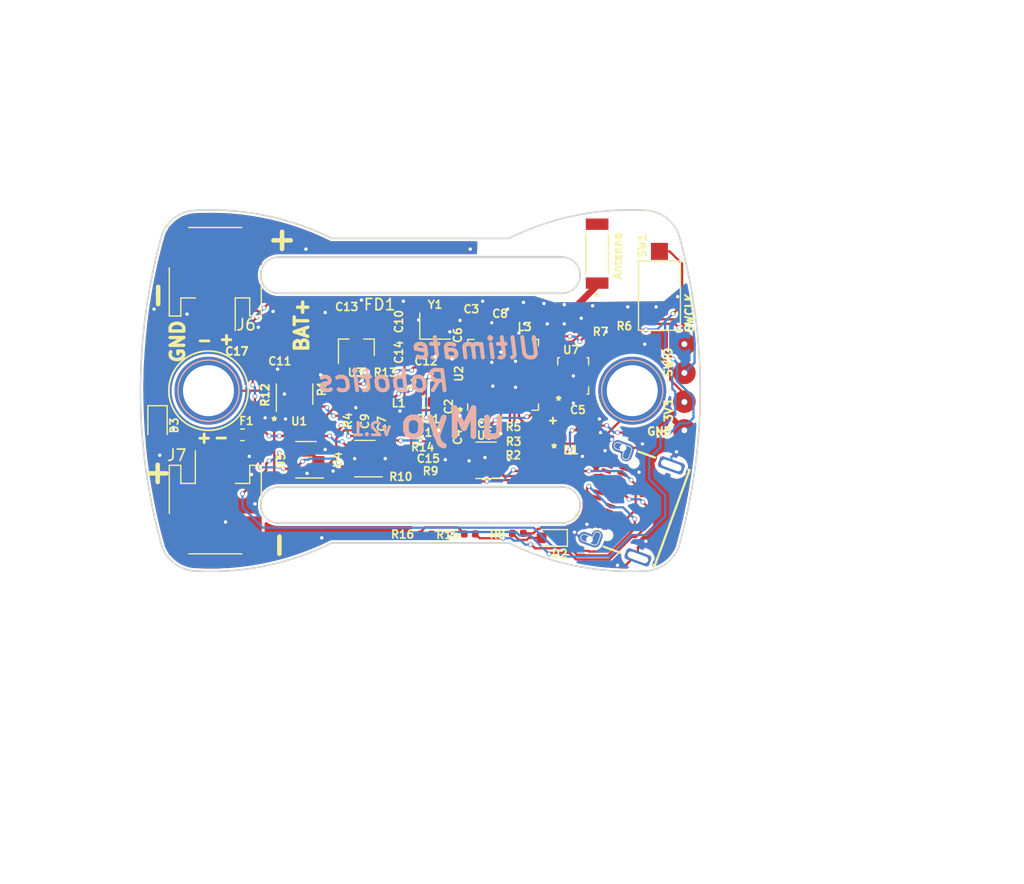
<source format=kicad_pcb>
(kicad_pcb (version 20211014) (generator pcbnew)
  (layers (0 "F.Cu" signal) (31 "B.Cu" signal) (34 "B.Paste" user) (35 "F.Paste" user) (36 "B.SilkS" user "B.Silkscreen") (37 "F.SilkS" user "F.Silkscreen") (38 "B.Mask" user) (39 "F.Mask" user) (44 "Edge.Cuts" user))
  (net 0 "")
  (net 1 "GND")
  (net 2 "+BATT")
  (net 3 "+3V3")
  (net 4 "SWDIO")
  (net 5 "SWDCLK")
  (net 6 "BATT_LEVEL")
  (net 7 "Net-(C1-Pad1)")
  (net 8 "Net-(C2-Pad1)")
  (net 9 "Net-(C3-Pad1)")
  (net 10 "Net-(C12-Pad2)")
  (net 11 "Net-(D2-Pad1)")
  (net 12 "Net-(R5-Pad2)")
  (net 13 "+4V")
  (net 14 "BT_OUT")
  (net 15 "SYS_ON")
  (net 16 "ADC_DATA")
  (net 17 "Net-(C8-Pad1)")
  (net 18 "Net-(C9-Pad2)")
  (net 19 "Net-(C10-Pad2)")
  (net 20 "Net-(C11-Pad2)")
  (net 21 "Net-(C11-Pad1)")
  (net 22 "Net-(D1-Pad2)")
  (net 23 "Net-(D1-Pad3)")
  (net 24 "Net-(D1-Pad1)")
  (net 25 "Net-(D2-Pad2)")
  (net 26 "Net-(J2-Pad1)")
  (net 27 "Net-(L1-Pad2)")
  (net 28 "Net-(L1-Pad1)")
  (net 29 "Net-(R2-Pad2)")
  (net 30 "Net-(R3-Pad2)")
  (net 31 "Net-(R6-Pad2)")
  (net 32 "Net-(R9-Pad1)")
  (net 33 "Net-(C17-Pad2)")
  (net 34 "AMP_SHIFT")
  (net 40 "Net-(J3-PadA5)")
  (net 45 "Net-(J3-PadB5)")
  (net 50 "Net-(U4-Pad4)")
  (net 54 "SPI_CS")
  (net 55 "SPI_SCL")
  (net 56 "SPI_SDI")
  (net 57 "SPI_SDO")
  (net 58 "IMU_INT")
  (net 59 "Net-(AE2-Pad1)")
  (net 61 "+5V")
  (net 82 "Net-(R14-Pad2)")
  (net 84 "+3V8")
  (footprint "Button_Switch_SMD:SW_SPST_CK_RS282G05A3" (layer "F.Cu") (at 143.6 89.6 -90)
    (fp_text reference "SW1")
    (fp_text value "SW_Push")
  )
  (footprint "Resistor_SMD:R_0402_1005Metric" (layer "F.Cu") (at 140.485 93.3 180)
    (fp_text reference "R6")
    (fp_text value "22k")
  )
  (footprint "Resistor_SMD:R_0402_1005Metric" (layer "F.Cu") (at 138.415 93.8 180)
    (fp_text reference "R7")
    (fp_text value "100k")
  )
  (footprint "Package_LGA:LGA-14_3x2.5mm_P0.5mm_LayoutBorder3x4y" (layer "F.Cu") (at 135.9875 96.7 90)
    (fp_text reference "U7")
    (fp_text value "LSM6DS3")
  )
  (footprint "ultimate_library:LED_RGB_0603_a4" (layer "F.Cu") (at 135.8 101.7 180)
    (fp_text reference "D1")
    (fp_text value "LED_BGRA")
  )
  (footprint "Capacitor_SMD:C_0402_1005Metric" (layer "F.Cu") (at 112.085 95.3 180)
    (fp_text reference "C11")
    (fp_text value "680 pF")
  )
  (footprint "Inductor_SMD:L_0402_1005Metric" (layer "F.Cu") (at 123.315 97.4)
    (fp_text reference "L2")
    (fp_text value "15 nH")
  )
  (footprint "Capacitor_SMD:C_0402_1005Metric" (layer "F.Cu") (at 121.6 91.815 90)
    (fp_text reference "C10")
    (fp_text value "12 pF")
  )
  (footprint "Capacitor_SMD:C_0402_1005Metric" (layer "F.Cu") (at 127.115 91.9 180)
    (fp_text reference "C3")
    (fp_text value "100 pF")
  )
  (footprint "Inductor_SMD:L_0402_1005Metric" (layer "F.Cu") (at 131.7 91.2 180)
    (fp_text reference "L3")
    (fp_text value "5.1 nH")
  )
  (footprint "Capacitor_SMD:C_0402_1005Metric" (layer "F.Cu") (at 121.215 101.7)
    (fp_text reference "C16")
    (fp_text value "100 nF")
  )
  (footprint "ultimate_library:conn_06_20" (layer "F.Cu") (at 110 92.8)
    (fp_text reference "J4")
    (fp_text value "Conn_01x01_Male")
  )
  (footprint "Package_TO_SOT_SMD:SOT-23-8" (layer "F.Cu") (at 111.4 98.3 90)
    (fp_text reference "U1")
    (fp_text value "AD8293G80ARJZ-R2")
  )
  (footprint "Capacitor_SMD:C_0402_1005Metric" (layer "F.Cu") (at 125.2 94.815 90)
    (fp_text reference "C6")
    (fp_text value "100 nF")
  )
  (footprint "Package_TO_SOT_SMD:SOT-23-5" (layer "F.Cu") (at 128.3 104.15 180)
    (fp_text reference "U6")
    (fp_text value "TP4054_replacement_for_MCP73831-2-OT")
  )
  (footprint "Resistor_SMD:R_0402_1005Metric" (layer "F.Cu") (at 114.8 97.885 -90)
    (fp_text reference "R1")
    (fp_text value "200k")
  )
  (footprint "Capacitor_SMD:C_0402_1005Metric" (layer "F.Cu") (at 119.4 94.585 -90)
    (fp_text reference "C14")
    (fp_text value "2.2 uF")
  )
  (footprint "Capacitor_SMD:C_0402_1005Metric" (layer "F.Cu") (at 119.1 99.015 -90)
    (fp_text reference "C7")
    (fp_text value "39 nF")
  )
  (footprint "Resistor_SMD:R_0402_1005Metric" (layer "F.Cu") (at 120.785 104.5)
    (fp_text reference "R10")
    (fp_text value "200k")
  )
  (footprint "Capacitor_SMD:C_0402_1005Metric" (layer "F.Cu") (at 126.485 100.9 180)
    (fp_text reference "C1")
    (fp_text value "100 nF")
  )
  (footprint "Resistor_SMD:R_0402_1005Metric" (layer "F.Cu") (at 125.215 104.9 180)
    (fp_text reference "R9")
    (fp_text value "10k")
  )
  (footprint "Crystal:Crystal_SMD_2016-4Pin_2.0x1.6mm" (layer "F.Cu") (at 123.8 92.3)
    (fp_text reference "Y1")
    (fp_text value "32MHz")
  )
  (footprint "ultimate_library:QFN-48-1EP_6x6mm_Pitch0.4mm" (layer "F.Cu") (at 129.8 96.6 90)
    (fp_text reference "U2")
    (fp_text value "nRF52810-QFxx")
  )
  (footprint "LED_SMD:LED_0603_1608Metric" (layer "F.Cu") (at 133.9875 111 180)
    (fp_text reference "D2")
    (fp_text value "LED GREEN")
  )
  (footprint "Package_TO_SOT_SMD:SOT-23" (layer "F.Cu") (at 116.85 94.2 90)
    (fp_text reference "U3")
    (fp_text value "XC6206P332MR_SOT23")
  )
  (footprint "Inductor_SMD:L_0603_1608Metric" (layer "F.Cu") (at 122.8 99 180)
    (fp_text reference "L1")
    (fp_text value "10 uH")
  )
  (footprint "Resistor_SMD:R_0402_1005Metric" (layer "F.Cu") (at 131.1 110.6)
    (fp_text reference "R8")
    (fp_text value "2k")
  )
  (footprint "Capacitor_SMD:C_0402_1005Metric" (layer "F.Cu") (at 125.185 103.4)
    (fp_text reference "C15")
    (fp_text value "2.2 uF")
  )
  (footprint "Capacitor_SMD:C_0402_1005Metric" (layer "F.Cu") (at 129.715 92.4 180)
    (fp_text reference "C8")
    (fp_text value "0.8 pF")
  )
  (footprint "Resistor_SMD:R_0402_1005Metric" (layer "F.Cu") (at 119.515 97.4)
    (fp_text reference "R13")
    (fp_text value "4.7M")
  )
  (footprint "Capacitor_SMD:C_0402_1005Metric" (layer "F.Cu") (at 108.185 94.5)
    (fp_text reference "C17")
    (fp_text value "2.2 uF")
  )
  (footprint "Resistor_SMD:R_0402_1005Metric" (layer "F.Cu") (at 132.415 102.4 180)
    (fp_text reference "R3")
    (fp_text value "2k")
  )
  (footprint "Capacitor_SMD:C_0402_1005Metric" (layer "F.Cu") (at 124.8 101.015 -90)
    (fp_text reference "C4")
    (fp_text value "100 nF")
  )
  (footprint "Capacitor_SMD:C_0402_1005Metric" (layer "F.Cu") (at 123.485 94.3 180)
    (fp_text reference "C12")
    (fp_text value "12 pF")
  )
  (footprint "Resistor_SMD:R_0402_1005Metric" (layer "F.Cu") (at 108.7 96.3 -90)
    (fp_text reference "R12")
    (fp_text value "4.7M")
  )
  (footprint "Resistor_SMD:R_0402_1005Metric" (layer "F.Cu") (at 132.4 101.1 180)
    (fp_text reference "R5")
    (fp_text value "2k")
  )
  (footprint "Capacitor_SMD:C_0402_1005Metric" (layer "F.Cu") (at 124.9 97.715 90)
    (fp_text reference "C2")
    (fp_text value "2.2 uF")
  )
  (footprint "Capacitor_SMD:C_0402_1005Metric" (layer "F.Cu") (at 134.615 99.6 180)
    (fp_text reference "C5")
    (fp_text value "2.2 uF")
  )
  (footprint "ultimate_library:SWD_POGO" (layer "F.Cu") (at 145.8 97.7)
    (fp_text reference "SC1")
    (fp_text value "SWD_POGO")
  )
  (footprint "ultimate_library:conn_06_20" (layer "F.Cu") (at 99.21 93.79)
    (fp_text reference "J5")
    (fp_text value "Conn_01x01_Male")
  )
  (footprint "Capacitor_SMD:C_0402_1005Metric" (layer "F.Cu") (at 116.085 91.7)
    (fp_text reference "C13")
    (fp_text value "2.2 uF")
  )
  (footprint "Resistor_SMD:R_0402_1005Metric" (layer "F.Cu") (at 132.415 103.7 180)
    (fp_text reference "R2")
    (fp_text value "2k")
  )
  (footprint "Resistor_SMD:R_0402_1005Metric" (layer "F.Cu") (at 116.1 99.015 -90)
    (fp_text reference "R4")
    (fp_text value "100k")
  )
  (footprint "Capacitor_SMD:C_0402_1005Metric" (layer "F.Cu") (at 117.6 99.015 90)
    (fp_text reference "C9")
    (fp_text value "100 nF")
  )
  (footprint "Package_TO_SOT_SMD:SOT-23-5" (layer "F.Cu") (at 112.4 104.1 180)
    (fp_text reference "U5")
    (fp_text value "74AHC1G32")
  )
  (footprint "Resistor_SMD:R_0402_1005Metric" (layer "F.Cu") (at 121.2 100.4 180)
    (fp_text reference "R11")
    (fp_text value "100k")
  )
  (footprint "Connector_JST:JST_PH_S2B-PH-SM4-TB_1x02-1MP_P2.00mm_Horizontal" (layer "F.Cu") (at 104.4 88.1 180)
    (fp_text reference "J6")
    (fp_text value "Conn_01x02_Female")
  )
  (footprint "Connector_JST:JST_PH_S2B-PH-SM4-TB_1x02-1MP_P2.00mm_Horizontal" (layer "F.Cu") (at 104.4 107.9)
    (fp_text reference "J7")
    (fp_text value "Conn_01x02_Female")
  )
  (footprint "ultimate_library:XCVR_YC0010AA" (layer "F.Cu") (at 138.1 85.9 90)
    (fp_text reference "AE2")
    (fp_text value "Antenna")
  )
  (footprint "ultimate_library:GCT_USB4080-03-A_REVA" (layer "F.Cu") (at 138.9 107.1 70)
    (fp_text reference "J3")
    (fp_text value "USB4080-03-A_REVA")
    (fp_line (start 3.72 0.8) (end 4.32 0.8) (layer "Edge.Cuts") (width 0.1))
    (fp_line (start 4.02 -0.5) (end 4.02 0.19) (layer "Edge.Cuts") (width 0.1))
    (fp_line (start -3.72 0.8) (end -4.32 0.8) (layer "Edge.Cuts") (width 0.1))
    (fp_line (start 4.62 0.5) (end 4.62 -0.5) (layer "Edge.Cuts") (width 0.1))
    (fp_line (start -4.02 -0.5) (end -4.02 0.18) (layer "Edge.Cuts") (width 0.1))
    (fp_line (start -4.62 0.5) (end -4.62 -0.5) (layer "Edge.Cuts") (width 0.1))
    (fp_line (start 4 0.2) (end 3.72 0.2) (layer "Edge.Cuts") (width 0.1))
    (fp_line (start -4 0.2) (end -3.72 0.2) (layer "Edge.Cuts") (width 0.1))
    (fp_arc (start 3.42 0.5) (mid 3.507868 0.287868) (end 3.72 0.2) (layer "Edge.Cuts") (width 0.1))
    (fp_arc (start 4.32 -0.8) (mid 4.532132 -0.712132) (end 4.62 -0.5) (layer "Edge.Cuts") (width 0.1))
    (fp_arc (start -4.62 -0.5) (mid -4.532132 -0.712132) (end -4.32 -0.8) (layer "Edge.Cuts") (width 0.1))
    (fp_arc (start -3.42 0.5) (mid -3.507868 0.712132) (end -3.72 0.8) (layer "Edge.Cuts") (width 0.1))
    (fp_arc (start -3.72 0.2) (mid -3.507868 0.287868) (end -3.42 0.5) (layer "Edge.Cuts") (width 0.1))
    (fp_arc (start 4.62 0.5) (mid 4.532132 0.712132) (end 4.32 0.8) (layer "Edge.Cuts") (width 0.1))
    (fp_arc (start -4.32 -0.8) (mid -4.107868 -0.712132) (end -4.02 -0.5) (layer "Edge.Cuts") (width 0.1))
    (fp_arc (start -4.32 0.8) (mid -4.532132 0.712132) (end -4.62 0.5) (layer "Edge.Cuts") (width 0.1))
    (fp_arc (start 3.72 0.8) (mid 3.507868 0.712132) (end 3.42 0.5) (layer "Edge.Cuts") (width 0.1))
    (fp_arc (start 4.02 0.19) (mid 4.012071 0.199142) (end 4 0.2) (layer "Edge.Cuts") (width 0.1))
    (fp_arc (start 4.02 -0.5) (mid 4.107868 -0.712132) (end 4.32 -0.8) (layer "Edge.Cuts") (width 0.1))
    (fp_arc (start -4 0.2) (mid -4.014142 0.194142) (end -4.02 0.18) (layer "Edge.Cuts") (width 0.1))
  )
  (footprint "Resistor_SMD:R_0402_1005Metric" (layer "F.Cu") (at 120.785 103.3 180)
    (fp_text reference "R14")
    (fp_text value "10k")
  )
  (footprint "Package_TO_SOT_SMD:SOT-23-5" (layer "F.Cu") (at 117.6 104 180)
    (fp_text reference "U4")
    (fp_text value "MT9700")
  )
  (footprint "Fiducial:Fiducial_0.75mm_Dia_1.5mm_Outer" (layer "F.Cu") (at 118.9 91.9)
    (fp_text reference "FD1")
    (fp_text value "Fiducial_0.75mm_Dia_1.5mm_Outer")
  )
  (footprint "Resistor_SMD:R_0402_1005Metric" (layer "F.Cu") (at 126.865 110.65 180)
    (fp_text reference "R15")
    (fp_text value "5.1k")
  )
  (footprint "Diode_SMD:D_SOD-323" (layer "F.Cu") (at 99.3 100.83 -90)
    (fp_text reference "D3")
    (fp_text value "D")
  )
  (footprint "Fuse:Fuse_0603_1608Metric" (layer "F.Cu") (at 106.7975 101.9 180)
    (fp_text reference "F1")
    (fp_text value "Fuse")
  )
  (footprint "Resistor_SMD:R_0402_1005Metric" (layer "F.Cu") (at 123 110.68)
    (fp_text reference "R16")
    (fp_text value "5.1k")
  )
  (footprint "TestPoint:TestPoint_Loop_D3.80mm_Drill2.8mm" (layer "B.Cu") (at 141.2 98)
    (fp_text reference "J1")
    (fp_text value "Conn_01x01_Male")
  )
  (footprint "TestPoint:TestPoint_Loop_D3.80mm_Drill2.8mm" (layer "B.Cu") (at 103.8 98 180)
    (fp_text reference "J2")
    (fp_text value "Conn_01x01_Male")
  )
  (gr_circle (center 103.8 98) (end 107.3 98) (layer "F.SilkS") (width 0.15) (fill none))
  (gr_line (start 114.67879 111.447437) (end 130.32121 111.447437) (layer "Edge.Cuts") (width 0.15))
  (gr_arc (start 114.67879 111.447437) (mid 108.899106 113.452673) (end 102.800009 113.928835) (layer "Edge.Cuts") (width 0.15))
  (gr_arc (start 102.8 113.929012) (mid 100.93844 113.359876) (end 99.713394 111.84707) (layer "Edge.Cuts") (width 0.15))
  (gr_arc (start 102.800009 82.071165) (mid 108.899106 82.547327) (end 114.67879 84.552563) (layer "Edge.Cuts") (width 0.15))
  (gr_arc (start 145.286606 84.15293) (mid 147.202316 98) (end 145.286606 111.84707) (layer "Edge.Cuts") (width 0.15))
  (gr_arc (start 142.199991 113.928835) (mid 136.100894 113.452673) (end 130.32121 111.447437) (layer "Edge.Cuts") (width 0.15))
  (gr_arc (start 145.286606 111.84707) (mid 144.06156 113.359876) (end 142.2 113.929012) (layer "Edge.Cuts") (width 0.15))
  (gr_arc (start 130.32121 84.552563) (mid 136.100894 82.547327) (end 142.199991 82.071165) (layer "Edge.Cuts") (width 0.15))
  (gr_arc (start 142.2 82.070988) (mid 144.06156 82.640124) (end 145.286606 84.15293) (layer "Edge.Cuts") (width 0.15))
  (gr_arc (start 135 106.5) (mid 136.6 108.1) (end 135 109.7) (layer "Edge.Cuts") (width 0.15))
  (gr_line (start 110 106.5) (end 135 106.5) (layer "Edge.Cuts") (width 0.2))
  (gr_line (start 110 109.7) (end 135 109.7) (layer "Edge.Cuts") (width 0.2))
  (gr_arc (start 110 109.7) (mid 108.4 108.1) (end 110 106.5) (layer "Edge.Cuts") (width 0.15))
  (gr_line (start 110 86.2) (end 135 86.2) (layer "Edge.Cuts") (width 0.2))
  (gr_line (start 110 89.4) (end 135 89.4) (layer "Edge.Cuts") (width 0.2))
  (gr_arc (start 110 89.4) (mid 108.4 87.8) (end 110 86.2) (layer "Edge.Cuts") (width 0.15))
  (gr_arc (start 135 86.2) (mid 136.6 87.8) (end 135 89.4) (layer "Edge.Cuts") (width 0.15))
  (gr_arc (start 99.713394 111.84707) (mid 97.797684 98) (end 99.713394 84.15293) (layer "Edge.Cuts") (width 0.15))
  (gr_arc (start 99.713394 84.15293) (mid 100.93844 82.640124) (end 102.8 82.070988) (layer "Edge.Cuts") (width 0.15))
  (gr_line (start 114.67879 84.552563) (end 130.32121 84.552563) (layer "Edge.Cuts") (width 0.15))
  (gr_text "uMyo" (at 125.4 100.9) (layer "B.SilkS") (effects (font (size 2.5 2.5) (thickness 0.5)) (justify mirror)))
  (gr_text "v2.1" (at 118.2 101.4) (layer "B.SilkS") (effects (font (size 1.1 1.1) (thickness 0.25)) (justify mirror)))
  (gr_text "Ultimate\n            Robotics" (at 127.5 95.7) (layer "B.SilkS") (effects (font (size 1.8 1.8) (thickness 0.35) italic) (justify mirror)))
  (gr_text "BAT+" (at 112.025 92.2 90) (layer "F.SilkS") (effects (font (size 1.2 1.2) (thickness 0.3))))
  (gr_text "GND" (at 101.075 93.65 90) (layer "F.SilkS") (effects (font (size 1.2 1.2) (thickness 0.3))))
  (gr_text "*" (at 134.3 103.1) (layer "F.SilkS") (effects (font (size 0.7 0.7) (thickness 0.175))))
  (gr_text "*" (at 126 99.9) (layer "F.SilkS") (effects (font (size 0.7 0.7) (thickness 0.175))))
  (gr_text "+" (at 134.2 100.6) (layer "F.SilkS") (effects (font (size 0.7 0.7) (thickness 0.175))))
  (gr_text "*" (at 109.6 100.7) (layer "F.SilkS") (effects (font (size 0.7 0.7) (thickness 0.175))))
  (gr_text "*" (at 134.7 98.9) (layer "F.SilkS") (effects (font (size 0.7 0.7) (thickness 0.175))))
  (gr_text "+" (at 99.175 105.3 90) (layer "F.SilkS") (effects (font (size 2 2) (thickness 0.4))))
  (gr_text "-" (at 99.5 89.6 270) (layer "F.SilkS") (effects (font (size 2 2) (thickness 0.4))))
  (gr_text "-" (at 103.45 93.675 180) (layer "F.SilkS") (effects (font (size 1 1) (thickness 0.25))))
  (gr_text "+" (at 105.325 93.5 90) (layer "F.SilkS") (effects (font (size 1 1) (thickness 0.25))))
  (gr_text "-" (at 110.2 111.65 270) (layer "F.SilkS") (effects (font (size 2 2) (thickness 0.4))))
  (gr_text "+" (at 110.15 84.725 90) (layer "F.SilkS") (effects (font (size 2 2) (thickness 0.4))))
  (gr_text "-" (at 104.925 102.25 180) (layer "F.SilkS") (effects (font (size 1 1) (thickness 0.25))))
  (gr_text "+" (at 103.35 102.2 90) (layer "F.SilkS") (effects (font (size 1 1) (thickness 0.25))))
  (segment (start 122.15 91.75) (end 123.1 91.75) (width 0.2) (layer "F.Cu") (net 1))
  (segment (start 123.1 91.75) (end 122.362937 91.75) (width 0.2) (layer "F.Cu") (net 1))
  (segment (start 122.362937 91.75) (end 122.353058 91.759879) (width 0.2) (layer "F.Cu") (net 1))
  (segment (start 121.6 92.3) (end 122.15 91.75) (width 0.2) (layer "F.Cu") (net 1))
  (segment (start 136.2375 97.8375) (end 136.2375 96.9375) (width 0.2) (layer "F.Cu") (net 1))
  (segment (start 129.6 92.77) (end 129.23 92.4) (width 0.2) (layer "F.Cu") (net 1))
  (segment (start 135.1 99.6) (end 135.5 99.6) (width 0.2) (layer "F.Cu") (net 1))
  (segment (start 137.750008 102.849992) (end 137.750008 102.349992) (width 0.2) (layer "F.Cu") (net 1))
  (segment (start 122.362937 91.75) (end 122.353058 91.759879) (width 0.2) (layer "F.Cu") (net 1))
  (segment (start 129.23 92.4) (end 129.2 92.4) (width 0.2) (layer "F.Cu") (net 1))
  (segment (start 124.299998 92.85) (end 123.8 92.350002) (width 0.2) (layer "F.Cu") (net 1))
  (segment (start 129.2 92.4) (end 128.8 92) (width 0.2) (layer "F.Cu") (net 1))
  (segment (start 135.784992 104.62002) (end 136.305012 104.1) (width 0.2) (layer "F.Cu") (net 1))
  (segment (start 126.38 110.65) (end 125.8 110.07) (width 0.2) (layer "F.Cu") (net 1))
  (segment (start 125.8 110.07) (end 122.92 110.07) (width 0.2) (layer "F.Cu") (net 1))
  (segment (start 129.6 96.4) (end 129.8 96.6) (width 0.2) (layer "F.Cu") (net 1))
  (segment (start 136.5 104.1) (end 136.8 103.8) (width 0.2) (layer "F.Cu") (net 1))
  (segment (start 140.776573 104.876573) (end 140.48079 104.876573) (width 0.2) (layer "F.Cu") (net 1))
  (segment (start 130.8 104.1) (end 131.32002 104.62002) (width 0.2) (layer "F.Cu") (net 1))
  (segment (start 123.97 94.83) (end 123.8 95) (width 0.2) (layer "F.Cu") (net 1))
  (segment (start 124.5 92.85) (end 125.05 92.85) (width 0.2) (layer "F.Cu") (net 1))
  (segment (start 137.93 93.8) (end 137.93 93.77) (width 0.2) (layer "F.Cu") (net 1))
  (segment (start 131.2 93.675) (end 131.2 92.9) (width 0.2) (layer "F.Cu") (net 1))
  (segment (start 122.15 91.75) (end 123.1 91.75) (width 0.2) (layer "F.Cu") (net 1))
  (segment (start 136.875 96.2) (end 136.5 96.2) (width 0.2) (layer "F.Cu") (net 1))
  (segment (start 136.305012 104.1) (end 136.5 104.1) (width 0.2) (layer "F.Cu") (net 1))
  (segment (start 128.45 104.15) (end 128.2 103.9) (width 0.2) (layer "F.Cu") (net 1))
  (segment (start 140.56 113.48) (end 139.96 113.48) (width 0.2) (layer "F.Cu") (net 1))
  (segment (start 126.7 104.1) (end 126.8 104.2) (width 0.2) (layer "F.Cu") (net 1))
  (segment (start 141.324336 112.715664) (end 140.56 113.48) (width 0.2) (layer "F.Cu") (net 1))
  (segment (start 136.2375 98.8625) (end 136 99.1) (width 0.2) (layer "F.Cu") (net 1))
  (segment (start 131.2 95.2) (end 129.8 96.6) (width 0.2) (layer "F.Cu") (net 1))
  (segment (start 126.63 91.9) (end 126.1 91.9) (width 0.2) (layer "F.Cu") (net 1))
  (segment (start 111.07 99.4) (end 111.07 100.03) (width 0.2) (layer "F.Cu") (net 1))
  (segment (start 141.698074 111.801926) (end 142.3 111.2) (width 0.2) (layer "F.Cu") (net 1))
  (segment (start 136.2375 97.8375) (end 136.2375 98.8625) (width 0.2) (layer "F.Cu") (net 1))
  (segment (start 131.32002 104.62002) (end 135.784992 104.62002) (width 0.2) (layer "F.Cu") (net 1))
  (segment (start 135.5 99.6) (end 136 99.1) (width 0.2) (layer "F.Cu") (net 1))
  (segment (start 123.1 91.75) (end 122.362937 91.75) (width 0.2) (layer "F.Cu") (net 1))
  (segment (start 136.5 96.2) (end 136 96.7) (width 0.2) (layer "F.Cu") (net 1))
  (segment (start 139.250725 103.750725) (end 138.8 103.3) (width 0.2) (layer "F.Cu") (net 1))
  (segment (start 126.875 97.6) (end 128.8 97.6) (width 0.2) (layer "F.Cu") (net 1))
  (segment (start 141.1 105.2) (end 140.776573 104.876573) (width 0.2) (layer "F.Cu") (net 1))
  (segment (start 140.386924 103.043948) (end 141.756052 103.043948) (width 0.2) (layer "F.Cu") (net 1))
  (segment (start 121.27 103.62) (end 120.96001 103.92999) (width 0.2) (layer "F.Cu") (net 1))
  (segment (start 121.6 92.3) (end 122.15 91.75) (width 0.2) (layer "F.Cu") (net 1))
  (segment (start 139.96 113.48) (end 139.9 113.42) (width 0.2) (layer "F.Cu") (net 1))
  (segment (start 129.4 104.15) (end 128.45 104.15) (width 0.2) (layer "F.Cu") (net 1))
  (segment (start 137.8 109.7) (end 137.3 109.7) (width 0.2) (layer "F.Cu") (net 1))
  (segment (start 123.800001 92.249999) (end 123.300002 91.75) (width 0.2) (layer "F.Cu") (net 1))
  (segment (start 122.515 110.475) (end 122.515 110.68) (width 0.2) (layer "F.Cu") (net 1))
  (segment (start 137.3 109.7) (end 137.2 109.8) (width 0.2) (layer "F.Cu") (net 1))
  (segment (start 129.6 93.675) (end 129.6 96.4) (width 0.2) (layer "F.Cu") (net 1))
  (segment (start 125.2 95.3) (end 125.3 95.2) (width 0.2) (layer "F.Cu") (net 1))
  (segment (start 130.3 104.1) (end 130.8 104.1) (width 0.2) (layer "F.Cu") (net 1))
  (segment (start 141.698074 112.715664) (end 141.698074 111.801926) (width 0.2) (layer "F.Cu") (net 1))
  (segment (start 123.300002 91.75) (end 123.1 91.75) (width 0.2) (layer "F.Cu") (net 1))
  (segment (start 145.8 101.51) (end 145.8 101.5) (width 0.2) (layer "F.Cu") (net 1))
  (segment (start 129.6 93.675) (end 129.6 92.77) (width 0.2) (layer "F.Cu") (net 1))
  (segment (start 137.93 93.77) (end 138.9 92.8) (width 0.2) (layer "F.Cu") (net 1))
  (segment (start 119.47001 103.92999) (end 119.4 104) (width 0.2) (layer "F.Cu") (net 1))
  (segment (start 118.7 104) (end 119.4 104) (width 0.2) (layer "F.Cu") (net 1))
  (segment (start 111.07 100.03) (end 110.6 100.5) (width 0.2) (layer "F.Cu") (net 1))
  (segment (start 124.5 92.85) (end 124.299998 92.85) (width 0.2) (layer "F.Cu") (net 1))
  (segment (start 136.8 103.8) (end 137.750008 102.849992) (width 0.2) (layer "F.Cu") (net 1))
  (segment (start 121.27 103.3) (end 121.27 103.62) (width 0.2) (layer "F.Cu") (net 1))
  (segment (start 113.5 103.15) (end 114.05 103.15) (width 0.2) (layer "F.Cu") (net 1))
  (segment (start 122.92 110.07) (end 122.515 110.475) (width 0.2) (layer "F.Cu") (net 1))
  (segment (start 141.698074 112.715664) (end 141.324336 112.715664) (width 0.2) (layer "F.Cu") (net 1))
  (segment (start 141.756052 103.043948) (end 142.1 102.7) (width 0.2) (layer "F.Cu") (net 1))
  (segment (start 135.7375 96.9625) (end 136 96.7) (width 0.2) (layer "F.Cu") (net 1))
  (segment (start 123.97 94.3) (end 123.97 94.83) (width 0.2) (layer "F.Cu") (net 1))
  (segment (start 141.8 105.2) (end 141.1 105.2) (width 0.2) (layer "F.Cu") (net 1))
  (segment (start 114.05 103.15) (end 114.1 103.2) (width 0.2) (layer "F.Cu") (net 1))
  (segment (start 138.144882 110.044882) (end 137.8 109.7) (width 0.2) (layer "F.Cu") (net 1))
  (segment (start 125.05 92.85) (end 125.1 92.8) (width 0.2) (layer "F.Cu") (net 1))
  (segment (start 126.875 97.6) (end 125.27 97.6) (width 0.2) (layer "F.Cu") (net 1))
  (segment (start 137.750008 102.349992) (end 138.4 101.7) (width 0.2) (layer "F.Cu") (net 1))
  (segment (start 124.7 104.1) (end 126.7 104.1) (width 0.2) (layer "F.Cu") (net 1))
  (segment (start 138.599679 110.044882) (end 138.144882 110.044882) (width 0.2) (layer "F.Cu") (net 1))
  (segment (start 136.875 96.7) (end 136 96.7) (width 0.2) (layer "F.Cu") (net 1))
  (segment (start 139.250725 104.162822) (end 139.250725 103.750725) (width 0.2) (layer "F.Cu") (net 1))
  (segment (start 123.8 92.350002) (end 123.800001 92.249999) (width 0.2) (layer "F.Cu") (net 1))
  (segment (start 126.1 91.9) (end 126 91.8) (width 0.2) (layer "F.Cu") (net 1))
  (segment (start 125.27 97.6) (end 124.9 97.23) (width 0.2) (layer "F.Cu") (net 1))
  (segment (start 135.7375 97.8375) (end 135.7375 96.9625) (width 0.2) (layer "F.Cu") (net 1))
  (segment (start 128.8 97.6) (end 129.8 96.6) (width 0.2) (layer "F.Cu") (net 1))
  (segment (start 120.96001 103.92999) (end 119.47001 103.92999) (width 0.2) (layer "F.Cu") (net 1))
  (segment (start 131.2 93.675) (end 131.2 95.2) (width 0.2) (layer "F.Cu") (net 1))
  (segment (start 136.2375 96.9375) (end 136 96.7) (width 0.2) (layer "F.Cu") (net 1))
  (via (at 130.9 97.7) (size 0.4) (drill 0.3) (layers "F.Cu" "B.Cu") (net 1))
  (via (at 128.9 97.6) (size 0.4) (drill 0.3) (layers "F.Cu" "B.Cu") (net 1))
  (via (at 128.8 95.5) (size 0.4) (drill 0.3) (layers "F.Cu" "B.Cu") (net 1))
  (via (at 130.9 95.4) (size 0.4) (drill 0.3) (layers "F.Cu" "B.Cu") (net 1))
  (via (at 129.6 94.6) (size 0.4) (drill 0.3) (layers "F.Cu" "B.Cu") (net 1))
  (via (at 139.4 102.3) (size 0.4) (drill 0.3) (layers "F.Cu" "B.Cu") (net 1))
  (via (at 108.2 92.4) (size 0.4) (drill 0.3) (layers "F.Cu" "B.Cu") (net 1))
  (via (at 138.9 92.8) (size 0.4) (drill 0.3) (layers "F.Cu" "B.Cu") (net 1))
  (via (at 136.7 91.6) (size 0.4) (drill 0.3) (layers "F.Cu" "B.Cu") (net 1))
  (via (at 135.2 92.1) (size 0.4) (drill 0.3) (layers "F.Cu" "B.Cu") (net 1))
  (via (at 140.8 90.6) (size 0.4) (drill 0.3) (layers "F.Cu" "B.Cu") (net 1))
  (via (at 145.1 103.4) (size 0.4) (drill 0.3) (layers "F.Cu" "B.Cu") (net 1))
  (via (at 117.3 90) (size 0.4) (drill 0.3) (layers "F.Cu" "B.Cu") (net 1))
  (via (at 127.9 100.8) (size 0.4) (drill 0.3) (layers "F.Cu" "B.Cu") (net 1))
  (via (at 126.8 104.2) (size 0.4) (drill 0.3) (layers "F.Cu" "B.Cu") (net 1))
  (via (at 107.9 108) (size 0.4) (drill 0.3) (layers "F.Cu" "B.Cu") (net 1))
  (via (at 136.8 103.8) (size 0.4) (drill 0.3) (layers "F.Cu" "B.Cu") (net 1))
  (via (at 125.1 92.8) (size 0.4) (drill 0.3) (layers "F.Cu" "B.Cu") (net 1))
  (via (at 131.2 92.9) (size 0.4) (drill 0.3) (layers "F.Cu" "B.Cu") (net 1))
  (via (at 99 90.8) (size 0.4) (drill 0.3) (layers "F.Cu" "B.Cu") (net 1))
  (via (at 105.3 109.6) (size 0.4) (drill 0.3) (layers "F.Cu" "B.Cu") (net 1))
  (via (at 141.8 105.2) (size 0.4) (drill 0.3) (layers "F.Cu" "B.Cu") (net 1))
  (via (at 101.91 91.24) (size 0.4) (drill 0.3) (layers "F.Cu" "B.Cu") (net 1))
  (via (at 112.5 105.3) (size 0.4) (drill 0.3) (layers "F.Cu" "B.Cu") (net 1))
  (via (at 113.7 96.6) (size 0.4) (drill 0.3) (layers "F.Cu" "B.Cu") (net 1))
  (via (at 139.9 113.42) (size 0.4) (drill 0.3) (layers "F.Cu" "B.Cu") (net 1))
  (via (at 116.7 104) (size 0.4) (drill 0.3) (layers "F.Cu" "B.Cu") (net 1))
  (via (at 142.4 111.3) (size 0.4) (drill 0.3) (layers "F.Cu" "B.Cu") (net 1))
  (via (at 135.2 90.4) (size 0.4) (drill 0.3) (layers "F.Cu" "B.Cu") (net 1))
  (via (at 124.1 101.5) (size 0.4) (drill 0.3) (layers "F.Cu" "B.Cu") (net 1))
  (via (at 126 91.8) (size 0.4) (drill 0.3) (layers "F.Cu" "B.Cu") (net 1))
  (via (at 136 96.7) (size 0.4) (drill 0.3) (layers "F.Cu" "B.Cu") (net 1))
  (via (at 108.8 100.4) (size 0.4) (drill 0.3) (layers "F.Cu" "B.Cu") (net 1))
  (via (at 133.7 92.1) (size 0.4) (drill 0.3) (layers "F.Cu" "B.Cu") (net 1))
  (via (at 137.7 90.5) (size 0.4) (drill 0.3) (layers "F.Cu" "B.Cu") (net 1))
  (via (at 142.1 102.7) (size 0.4) (drill 0.3) (layers "F.Cu" "B.Cu") (net 1))
  (via (at 131.6 90.2) (size 0.4) (drill 0.3) (layers "F.Cu" "B.Cu") (net 1))
  (via (at 109.5 91) (size 0.4) (drill 0.3) (layers "F.Cu" "B.Cu") (net 1))
  (via (at 121 90.1) (size 0.4) (drill 0.3) (layers "F.Cu" "B.Cu") (net 1))
  (via (at 125.3 95.2) (size 0.4) (drill 0.3) (layers "F.Cu" "B.Cu") (net 1))
  (via (at 112.4 85.5) (size 0.4) (drill 0.3) (layers "F.Cu" "B.Cu") (net 1))
  (via (at 136 99.1) (size 0.4) (drill 0.3) (layers "F.Cu" "B.Cu") (net 1))
  (via (at 138.8 103.3) (size 0.4) (drill 0.3) (layers "F.Cu" "B.Cu") (net 1))
  (via (at 124.7 104.1) (size 0.4) (drill 0.3) (layers "F.Cu" "B.Cu") (net 1))
  (via (at 129.6 101.8) (size 0.4) (drill 0.3) (layers "F.Cu" "B.Cu") (net 1))
  (via (at 136.1 110.5) (size 0.4) (drill 0.3) (layers "F.Cu" "B.Cu") (net 1))
  (via (at 137.2 109.8) (size 0.4) (drill 0.3) (layers "F.Cu" "B.Cu") (net 1))
  (via (at 113.8 111) (size 0.4) (drill 0.3) (layers "F.Cu" "B.Cu") (net 1))
  (via (at 122.353058 91.759879) (size 0.4) (drill 0.3) (layers "F.Cu" "B.Cu") (net 1))
  (via (at 120.7 99.8) (size 0.4) (drill 0.3) (layers "F.Cu" "B.Cu") (net 1))
  (via (at 107.6 105.4) (size 0.4) (drill 0.3) (layers "F.Cu" "B.Cu") (net 1))
  (via (at 130.2 90.8) (size 0.4) (drill 0.3) (layers "F.Cu" "B.Cu") (net 1))
  (via (at 110.6 100.5) (size 0.4) (drill 0.3) (layers "F.Cu" "B.Cu") (net 1))
  (via (at 128.2 103.9) (size 0.4) (drill 0.3) (layers "F.Cu" "B.Cu") (net 1))
  (via (at 110.5 98.3) (size 0.4) (drill 0.3) (layers "F.Cu" "B.Cu") (net 1))
  (via (at 143.3 90.6) (size 0.4) (drill 0.3) (layers "F.Cu" "B.Cu") (net 1))
  (via (at 138.3 100.5) (size 0.4) (drill 0.3) (layers "F.Cu" "B.Cu") (net 1))
  (via (at 142.3 93.9) (size 0.4) (drill 0.3) (layers "F.Cu" "B.Cu") (net 1))
  (via (at 145.2 89.7) (size 0.4) (drill 0.3) (layers "F.Cu" "B.Cu") (net 1))
  (via (at 116.8 99.5) (size 0.4) (drill 0.3) (layers "F.Cu" "B.Cu") (net 1))
  (via (at 133.4 90.3) (size 0.4) (drill 0.3) (layers "F.Cu" "B.Cu") (net 1))
  (via (at 145.8 101.5) (size 0.6) (drill 0.5) (layers "F.Cu" "B.Cu") (net 1))
  (via (at 100.7 101.4) (size 0.4) (drill 0.3) (layers "F.Cu" "B.Cu") (net 1))
  (via (at 119.4 104) (size 0.4) (drill 0.3) (layers "F.Cu" "B.Cu") (net 1))
  (via (at 138.4 101.7) (size 0.4) (drill 0.3) (layers "F.Cu" "B.Cu") (net 1))
  (via (at 99.5 103.7) (size 0.4) (drill 0.3) (layers "F.Cu" "B.Cu") (net 1))
  (via (at 114.1 103.2) (size 0.4) (drill 0.3) (layers "F.Cu" "B.Cu") (net 1))
  (via (at 126.9 85.5) (size 0.4) (drill 0.3) (layers "F.Cu" "B.Cu") (net 1))
  (via (at 128.8 92) (size 0.4) (drill 0.3) (layers "F.Cu" "B.Cu") (net 1))
  (via (at 109.9 96.1) (size 0.4) (drill 0.3) (layers "F.Cu" "B.Cu") (net 1))
  (via (at 128 90.1) (size 0.4) (drill 0.3) (layers "F.Cu" "B.Cu") (net 1))
  (via (at 114.8 105.1) (size 0.4) (drill 0.3) (layers "F.Cu" "B.Cu") (net 1))
  (via (at 114.1 91.1) (size 0.4) (drill 0.3) (layers "F.Cu" "B.Cu") (net 1))
  (via (at 123.8 95) (size 0.4) (drill 0.3) (layers "F.Cu" "B.Cu") (net 1))
  (via (at 130.3 104.1) (size 0.4) (drill 0.3) (layers "F.Cu" "B.Cu") (net 1))
  (via (at 131.7 92.1) (size 0.4) (drill 0.3) (layers "F.Cu" "B.Cu") (net 1))
  (via (at 126 100.2) (size 0.4) (drill 0.3) (layers "F.Cu" "B.Cu") (net 1))
  (via (at 107.4 103.8) (size 0.4) (drill 0.3) (layers "F.Cu" "B.Cu") (net 1))
  (segment (start 144.653128 103.846872) (end 145.1 103.4) (width 0.2) (layer "B.Cu") (net 1))
  (segment (start 144.653128 104.59672) (end 144.653128 103.846872) (width 0.2) (layer "B.Cu") (net 1))
  (segment (start 137.422473 111.159472) (end 136.759472 111.159472) (width 0.2) (layer "B.Cu") (net 1))
  (segment (start 136.759472 111.159472) (end 136.1 110.5) (width 0.2) (layer "B.Cu") (net 1))
  (segment (start 115.49 101.07) (end 115.49 101.264294) (width 0.2) (layer "F.Cu") (net 2))
  (segment (start 107.749999 91.850001) (end 108.081801 91.518199) (width 0.2) (layer "F.Cu") (net 2))
  (segment (start 115.49 101.264294) (end 115.407147 101.347147) (width 0.2) (layer "F.Cu") (net 2))
  (segment (start 107.7 96.4) (end 106.4 95.1) (width 0.2) (layer "F.Cu") (net 2))
  (segment (start 109.15 102) (end 107.9 100.75) (width 0.2) (layer "F.Cu") (net 2))
  (segment (start 116.57 90.77) (end 116.57 91.7) (width 0.2) (layer "F.Cu") (net 2))
  (segment (start 106.4 93.6) (end 107.749999 92.250001) (width 0.2) (layer "F.Cu") (net 2))
  (segment (start 118.7 104.95) (end 119.85 104.95) (width 0.2) (layer "F.Cu") (net 2))
  (segment (start 108.7 90.7) (end 109.1 90.3) (width 0.2) (layer "F.Cu") (net 2))
  (segment (start 116.19 102) (end 116.16 102.03) (width 0.2) (layer "F.Cu") (net 2))
  (segment (start 116.755002 102) (end 116.19 102) (width 0.2) (layer "F.Cu") (net 2))
  (segment (start 107.9 100.75) (end 107.9 98.5) (width 0.2) (layer "F.Cu") (net 2))
  (segment (start 117.6 104.205002) (end 117.6 102.844998) (width 0.2) (layer "F.Cu") (net 2))
  (segment (start 115.304294 101.45) (end 115.407147 101.347147) (width 0.2) (layer "F.Cu") (net 2))
  (segment (start 116.85 93.2) (end 116.85 91.98) (width 0.2) (layer "F.Cu") (net 2))
  (segment (start 119.85 104.95) (end 120.3 104.5) (width 0.2) (layer "F.Cu") (net 2))
  (segment (start 117.6 102.844998) (end 116.755002 102) (width 0.2) (layer "F.Cu") (net 2))
  (segment (start 109.1 90.3) (end 116.1 90.3) (width 0.2) (layer "F.Cu") (net 2))
  (segment (start 110.4 102) (end 110.95 101.45) (width 0.2) (layer "F.Cu") (net 2))
  (segment (start 110.05 102) (end 110.4 102) (width 0.2) (layer "F.Cu") (net 2))
  (segment (start 106.4 95.1) (end 106.4 93.6) (width 0.2) (layer "F.Cu") (net 2))
  (segment (start 116.85 91.98) (end 116.57 91.7) (width 0.2) (layer "F.Cu") (net 2))
  (segment (start 110.95 101.45) (end 115.304294 101.45) (width 0.2) (layer "F.Cu") (net 2))
  (segment (start 118.7 104.95) (end 118.344998 104.95) (width 0.2) (layer "F.Cu") (net 2))
  (segment (start 107.7 97.5) (end 107.7 96.4) (width 0.2) (layer "F.Cu") (net 2))
  (segment (start 118.344998 104.95) (end 117.6 104.205002) (width 0.2) (layer "F.Cu") (net 2))
  (segment (start 116.1 90.3) (end 116.57 90.77) (width 0.2) (layer "F.Cu") (net 2))
  (segment (start 107.749999 92.250001) (end 107.749999 91.850001) (width 0.2) (layer "F.Cu") (net 2))
  (via (at 108.081801 91.518199) (size 0.4) (drill 0.3) (layers "F.Cu" "B.Cu") (net 2))
  (via (at 116.16 102.03) (size 0.4) (drill 0.3) (layers "F.Cu" "B.Cu") (net 2))
  (via (at 110.05 102) (size 0.4) (drill 0.3) (layers "F.Cu" "B.Cu") (net 2))
  (via (at 108.7 90.7) (size 0.4) (drill 0.3) (layers "F.Cu" "B.Cu") (net 2))
  (via (at 109.15 102) (size 0.4) (drill 0.3) (layers "F.Cu" "B.Cu") (net 2))
  (via (at 107.9 98.5) (size 0.4) (drill 0.3) (layers "F.Cu" "B.Cu") (net 2))
  (via (at 107.7 97.5) (size 0.4) (drill 0.3) (layers "F.Cu" "B.Cu") (net 2))
  (via (at 115.49 101.07) (size 0.4) (drill 0.3) (layers "F.Cu" "B.Cu") (net 2))
  (segment (start 116.1 101.472576) (end 115.690859 101.063435) (width 0.2) (layer "B.Cu") (net 2))
  (segment (start 107.9 98.5) (end 107.9 97.7) (width 0.2) (layer "B.Cu") (net 2))
  (segment (start 115.690859 101.063435) (end 115.684294 101.07) (width 0.2) (layer "B.Cu") (net 2))
  (segment (start 116.16 102.03) (end 116.1 101.97) (width 0.2) (layer "B.Cu") (net 2))
  (segment (start 108.081801 91.318199) (end 108.7 90.7) (width 0.2) (layer "B.Cu") (net 2))
  (segment (start 110.05 102) (end 109.15 102) (width 0.2) (layer "B.Cu") (net 2))
  (segment (start 116.1 101.97) (end 116.1 101.472576) (width 0.2) (layer "B.Cu") (net 2))
  (segment (start 108.081801 91.518199) (end 108.081801 91.318199) (width 0.2) (layer "B.Cu") (net 2))
  (segment (start 107.9 97.7) (end 107.7 97.5) (width 0.2) (layer "B.Cu") (net 2))
  (segment (start 115.684294 101.07) (end 115.49 101.07) (width 0.2) (layer "B.Cu") (net 2))
  (segment (start 111.07 98.07) (end 111.3 98.3) (width 0.2) (layer "F.Cu") (net 3))
  (segment (start 123.203998 95.07) (end 123.583999 95.450001) (width 0.2) (layer "F.Cu") (net 3))
  (segment (start 145.8 98.97) (end 145.8 99) (width 0.2) (layer "F.Cu") (net 3))
  (segment (start 138.694987 94.500001) (end 137.632488 95.5625) (width 0.2) (layer "F.Cu") (net 3))
  (segment (start 124.079999 95.450001) (end 125.2 94.33) (width 0.2) (layer "F.Cu") (net 3))
  (segment (start 124.8 100.6) (end 124.8 100.53) (width 0.2) (layer "F.Cu") (net 3))
  (segment (start 137.8 95.8) (end 137.8 96.8) (width 0.2) (layer "F.Cu") (net 3))
  (segment (start 120.77 95.07) (end 123.203998 95.07) (width 0.2) (layer "F.Cu") (net 3))
  (segment (start 135 100.6) (end 135 100.47) (width 0.2) (layer "F.Cu") (net 3))
  (segment (start 124.8 100.53) (end 124.8 99.972866) (width 0.2) (layer "F.Cu") (net 3))
  (segment (start 133.525 99.6) (end 132.725 98.8) (width 0.2) (layer "F.Cu") (net 3))
  (segment (start 119.27 95.2) (end 119.4 95.07) (width 0.2) (layer "F.Cu") (net 3))
  (segment (start 137.8 96.8) (end 137.8 98.366002) (width 0.2) (layer "F.Cu") (net 3))
  (segment (start 113.9 98.3) (end 114.8 97.4) (width 0.2) (layer "F.Cu") (net 3))
  (segment (start 135.566002 100.6) (end 135 100.6) (width 0.2) (layer "F.Cu") (net 3))
  (segment (start 132 100.4) (end 131.9 100.3) (width 0.2) (layer "F.Cu") (net 3))
  (segment (start 137.5625 95.5625) (end 137.8 95.8) (width 0.2) (layer "F.Cu") (net 3))
  (segment (start 132.000002 100.4) (end 132 100.4) (width 0.2) (layer "F.Cu") (net 3))
  (segment (start 137.8 98.366002) (end 135.566002 100.6) (width 0.2) (layer "F.Cu") (net 3))
  (segment (start 132.725 98.8) (end 132.725 99.675002) (width 0.2) (layer "F.Cu") (net 3))
  (segment (start 132.725 99.675002) (end 132.000002 100.4) (width 0.2) (layer "F.Cu") (net 3))
  (segment (start 121.099519 99.224947) (end 121.599582 99.72501) (width 0.2) (layer "F.Cu") (net 3))
  (segment (start 137.8 96.8) (end 137.4 97.2) (width 0.2) (layer "F.Cu") (net 3))
  (segment (start 111.07 97.2) (end 111.07 98.07) (width 0.2) (layer "F.Cu") (net 3))
  (segment (start 145.8 98.280002) (end 144.549999 97.030001) (width 0.2) (layer "F.Cu") (net 3))
  (segment (start 137.4 97.2) (end 136.875 97.2) (width 0.2) (layer "F.Cu") (net 3))
  (segment (start 121.099519 95.399519) (end 121.099519 99.224947) (width 0.2) (layer "F.Cu") (net 3))
  (segment (start 128.22999 101.47001) (end 125.67001 101.47001) (width 0.2) (layer "F.Cu") (net 3))
  (segment (start 124.8 99.7) (end 124.8 99.972866) (width 0.2) (layer "F.Cu") (net 3))
  (segment (start 119.4 95.07) (end 120.77 95.07) (width 0.2) (layer "F.Cu") (net 3))
  (segment (start 117.8 95.2) (end 117.8 96.2) (width 0.2) (layer "F.Cu") (net 3))
  (segment (start 124.552144 99.72501) (end 124.8 99.972866) (width 0.2) (layer "F.Cu") (net 3))
  (segment (start 123.583999 95.450001) (end 124.079999 95.450001) (width 0.2) (layer "F.Cu") (net 3))
  (segment (start 117.5 97.4) (end 114.8 97.4) (width 0.2) (layer "F.Cu") (net 3))
  (segment (start 136.7375 95.5625) (end 137.5625 95.5625) (width 0.2) (layer "F.Cu") (net 3))
  (segment (start 134.13 99.6) (end 133.525 99.6) (width 0.2) (layer "F.Cu") (net 3))
  (segment (start 129.1 100.6) (end 128.22999 101.47001) (width 0.2) (layer "F.Cu") (net 3))
  (segment (start 137.632488 95.5625) (end 137.5625 95.5625) (width 0.2) (layer "F.Cu") (net 3))
  (segment (start 120.77 95.07) (end 121.099519 95.399519) (width 0.2) (layer "F.Cu") (net 3))
  (segment (start 144.549999 97.030001) (end 144.549999 95.949999) (width 0.2) (layer "F.Cu") (net 3))
  (segment (start 117.8 96.2) (end 117.6 96.4) (width 0.2) (layer "F.Cu") (net 3))
  (segment (start 121.599582 99.72501) (end 124.552144 99.72501) (width 0.2) (layer "F.Cu") (net 3))
  (segment (start 145.8 98.97) (end 145.8 98.280002) (width 0.2) (layer "F.Cu") (net 3))
  (segment (start 125.7 98.8) (end 124.8 99.7) (width 0.2) (layer "F.Cu") (net 3))
  (segment (start 111.3 98.3) (end 113.9 98.3) (width 0.2) (layer "F.Cu") (net 3))
  (segment (start 143.100001 94.500001) (end 138.694987 94.500001) (width 0.2) (layer "F.Cu") (net 3))
  (segment (start 126.875 98.8) (end 125.7 98.8) (width 0.2) (layer "F.Cu") (net 3))
  (segment (start 127.6 93.675) (end 125.855 93.675) (width 0.2) (layer "F.Cu") (net 3))
  (segment (start 125.855 93.675) (end 125.2 94.33) (width 0.2) (layer "F.Cu") (net 3))
  (segment (start 117.8 95.2) (end 119.27 95.2) (width 0.2) (layer "F.Cu") (net 3))
  (segment (start 135 101.25) (end 135 100.6) (width 0.2) (layer "F.Cu") (net 3))
  (segment (start 144.549999 95.949999) (end 143.100001 94.500001) (width 0.2) (layer "F.Cu") (net 3))
  (segment (start 125.67001 101.47001) (end 124.8 100.6) (width 0.2) (layer "F.Cu") (net 3))
  (segment (start 135 100.47) (end 134.13 99.6) (width 0.2) (layer "F.Cu") (net 3))
  (via (at 131.9 100.3) (size 0.4) (drill 0.3) (layers "F.Cu" "B.Cu") (net 3))
  (via (at 129.1 100.6) (size 0.4) (drill 0.3) (layers "F.Cu" "B.Cu") (net 3))
  (via (at 117.5 97.4) (size 0.4) (drill 0.3) (layers "F.Cu" "B.Cu") (net 3))
  (via (at 117.6 96.4) (size 0.4) (drill 0.3) (layers "F.Cu" "B.Cu") (net 3))
  (via (at 145.8 99) (size 0.6) (drill 0.5) (layers "F.Cu" "B.Cu") (net 3))
  (segment (start 129.3 100.4) (end 129.1 100.6) (width 0.2) (layer "B.Cu") (net 3))
  (segment (start 131.9 100.3) (end 131.82 100.3) (width 0.2) (layer "B.Cu") (net 3))
  (segment (start 117.6 97.3) (end 117.5 97.4) (width 0.2) (layer "B.Cu") (net 3))
  (segment (start 131.9 100.4) (end 131.72 100.4) (width 0.2) (layer "B.Cu") (net 3))
  (segment (start 131.72 100.4) (end 129.3 100.4) (width 0.2) (layer "B.Cu") (net 3))
  (segment (start 117.6 96.4) (end 117.6 97.3) (width 0.2) (layer "B.Cu") (net 3))
  (segment (start 131.82 100.3) (end 131.72 100.4) (width 0.2) (layer "B.Cu") (net 3))
  (segment (start 131.699999 93.099999) (end 132.300001 93.099999) (width 0.2) (layer "F.Cu") (net 4))
  (segment (start 135.674998 93.199998) (end 135.7 93.225) (width 0.2) (layer "F.Cu") (net 4))
  (segment (start 132.4 93.199998) (end 135.674998 93.199998) (width 0.2) (layer "F.Cu") (net 4))
  (segment (start 144.963602 92.1) (end 145.306801 92.443199) (width 0.2) (layer "F.Cu") (net 4))
  (segment (start 131.649999 93.149999) (end 131.699999 93.099999) (width 0.2) (layer "F.Cu") (net 4))
  (segment (start 131.649999 93.650001) (end 131.649999 93.149999) (width 0.2) (layer "F.Cu") (net 4))
  (segment (start 131.625 93.675) (end 131.649999 93.650001) (width 0.2) (layer "F.Cu") (net 4))
  (segment (start 136.568199 93.668199) (end 138.136398 92.1) (width 0.2) (layer "F.Cu") (net 4))
  (segment (start 138.136398 92.1) (end 143.7 92.1) (width 0.2) (layer "F.Cu") (net 4))
  (segment (start 143.7 92.1) (end 144.963602 92.1) (width 0.2) (layer "F.Cu") (net 4))
  (segment (start 132.300001 93.099999) (end 132.4 93.199998) (width 0.2) (layer "F.Cu") (net 4))
  (segment (start 131.6 93.675) (end 131.625 93.675) (width 0.2) (layer "F.Cu") (net 4))
  (via (at 145.8 96.43) (size 0.6) (drill 0.5) (layers "F.Cu" "B.Cu") (net 4))
  (via (at 145.306801 92.443199) (size 0.4) (drill 0.3) (layers "F.Cu" "B.Cu") (net 4))
  (via (at 136.568199 93.668199) (size 0.4) (drill 0.3) (layers "F.Cu" "B.Cu") (net 4))
  (via (at 135.7 93.225) (size 0.4) (drill 0.3) (layers "F.Cu" "B.Cu") (net 4))
  (segment (start 146.7 93.770376) (end 146.7 95.53) (width 0.2) (layer "B.Cu") (net 4))
  (segment (start 135.7 93.225) (end 136.125 93.225) (width 0.2) (layer "B.Cu") (net 4))
  (segment (start 145.306801 92.443199) (end 146.333114 92.443199) (width 0.2) (layer "B.Cu") (net 4))
  (segment (start 146.7 95.53) (end 145.8 96.43) (width 0.2) (layer "B.Cu") (net 4))
  (segment (start 136.125 93.225) (end 136.568199 93.668199) (width 0.2) (layer "B.Cu") (net 4))
  (segment (start 146.600137 92.710222) (end 146.636308 93.063617) (width 0.2) (layer "B.Cu") (net 4))
  (segment (start 146.333114 92.443199) (end 146.600137 92.710222) (width 0.2) (layer "B.Cu") (net 4))
  (segment (start 146.636308 93.063617) (end 146.678112 93.511205) (width 0.2) (layer "B.Cu") (net 4))
  (segment (start 146.678112 93.511205) (end 146.7 93.770376) (width 0.2) (layer "B.Cu") (net 4))
  (segment (start 137.9 91.7) (end 135.925 93.675) (width 0.2) (layer "F.Cu") (net 5))
  (segment (start 145.2 91.7) (end 137.9 91.7) (width 0.2) (layer "F.Cu") (net 5))
  (segment (start 145.8 93.89) (end 145.8 92.3) (width 0.2) (layer "F.Cu") (net 5))
  (segment (start 135.925 93.675) (end 132 93.675) (width 0.2) (layer "F.Cu") (net 5))
  (segment (start 145.8 92.3) (end 145.2 91.7) (width 0.2) (layer "F.Cu") (net 5))
  (via (at 145.8 93.89) (size 0.6) (drill 0.5) (layers "F.Cu" "B.Cu") (net 5))
  (segment (start 121.7 101.7) (end 121.7 102.847834) (width 0.2) (layer "F.Cu") (net 6))
  (segment (start 121.27 104.335012) (end 121.27 104.5) (width 0.2) (layer "F.Cu") (net 6))
  (segment (start 121.81501 103.790002) (end 121.27 104.335012) (width 0.2) (layer "F.Cu") (net 6))
  (segment (start 121.81501 102.962844) (end 121.81501 103.790002) (width 0.2) (layer "F.Cu") (net 6))
  (segment (start 123 100.4) (end 121.685 100.4) (width 0.2) (layer "F.Cu") (net 6))
  (segment (start 126.875 96) (end 126.394988 96) (width 0.2) (layer "F.Cu") (net 6))
  (segment (start 124.01501 96.68499) (end 123.36501 96.68499) (width 0.2) (layer "F.Cu") (net 6))
  (segment (start 125.709998 96.68499) (end 124.01501 96.68499) (width 0.2) (layer "F.Cu") (net 6))
  (segment (start 126.394988 96) (end 125.709998 96.68499) (width 0.2) (layer "F.Cu") (net 6))
  (segment (start 121.685 101.685) (end 121.7 101.7) (width 0.2) (layer "F.Cu") (net 6))
  (segment (start 121.685 100.4) (end 121.685 101.685) (width 0.2) (layer "F.Cu") (net 6))
  (segment (start 123.36501 96.68499) (end 123.3 96.75) (width 0.2) (layer "F.Cu") (net 6))
  (segment (start 121.7 102.847834) (end 121.81501 102.962844) (width 0.2) (layer "F.Cu") (net 6))
  (via (at 123.3 96.75) (size 0.4) (drill 0.3) (layers "F.Cu" "B.Cu") (net 6))
  (via (at 123 100.4) (size 0.4) (drill 0.3) (layers "F.Cu" "B.Cu") (net 6))
  (segment (start 123.3 96.75) (end 123 97.05) (width 0.2) (layer "B.Cu") (net 6))
  (segment (start 123 97.05) (end 123 100.4) (width 0.2) (layer "B.Cu") (net 6))
  (segment (start 127.6 99.525) (end 127.6 100.27) (width 0.2) (layer "F.Cu") (net 7))
  (segment (start 127.6 100.27) (end 126.97 100.9) (width 0.2) (layer "F.Cu") (net 7))
  (segment (start 124.6 97.9) (end 124.9 98.2) (width 0.2) (layer "F.Cu") (net 8))
  (segment (start 124.3 97.9) (end 124.6 97.9) (width 0.2) (layer "F.Cu") (net 8))
  (segment (start 124.3 97.9) (end 123.8 97.4) (width 0.2) (layer "F.Cu") (net 8))
  (segment (start 126.875 98) (end 125.1 98) (width 0.2) (layer "F.Cu") (net 8))
  (segment (start 125.1 98) (end 124.9 98.2) (width 0.2) (layer "F.Cu") (net 8))
  (segment (start 128.8 93.675) (end 128.8 93.005012) (width 0.2) (layer "F.Cu") (net 9))
  (segment (start 127.694988 91.9) (end 127.6 91.9) (width 0.2) (layer "F.Cu") (net 9))
  (segment (start 128.8 93.005012) (end 127.694988 91.9) (width 0.2) (layer "F.Cu") (net 9))
  (segment (start 123 94.3) (end 123 92.95) (width 0.2) (layer "F.Cu") (net 10))
  (segment (start 123 92.95) (end 123.1 92.85) (width 0.2) (layer "F.Cu") (net 10))
  (segment (start 123 92.95) (end 123.1 92.85) (width 0.2) (layer "F.Cu") (net 10))
  (segment (start 125.399999 93.500001) (end 125.9 93) (width 0.2) (layer "F.Cu") (net 10))
  (segment (start 123.849999 93.500001) (end 125.399999 93.500001) (width 0.2) (layer "F.Cu") (net 10))
  (segment (start 123.199998 92.85) (end 123.849999 93.500001) (width 0.2) (layer "F.Cu") (net 10))
  (segment (start 127.800002 93) (end 128 93.199998) (width 0.2) (layer "F.Cu") (net 10))
  (segment (start 123.1 92.85) (end 123.199998 92.85) (width 0.2) (layer "F.Cu") (net 10))
  (segment (start 128 93.199998) (end 128 93.675) (width 0.2) (layer "F.Cu") (net 10))
  (segment (start 123 94.3) (end 123 92.95) (width 0.2) (layer "F.Cu") (net 10))
  (segment (start 125.9 93) (end 127.800002 93) (width 0.2) (layer "F.Cu") (net 10))
  (segment (start 137.47048 112.20048) (end 138.89952 112.20048) (width 0.2) (layer "F.Cu") (net 11))
  (segment (start 135.95001 105.54999) (end 136.4 105.1) (width 0.2) (layer "F.Cu") (net 11))
  (segment (start 137.37 105.1) (end 137.38 105.09) (width 0.2) (layer "F.Cu") (net 11))
  (segment (start 138.89952 112.20048) (end 140.3 110.8) (width 0.2) (layer "F.Cu") (net 11))
  (segment (start 140.3 109.7) (end 141.5 108.5) (width 0.2) (layer "F.Cu") (net 11))
  (segment (start 137.3 112.14) (end 137.36 112.2) (width 0.2) (layer "F.Cu") (net 11))
  (segment (start 134.775 111) (end 135.32 111) (width 0.2) (layer "F.Cu") (net 11))
  (segment (start 129.84999 105.54999) (end 135.95001 105.54999) (width 0.2) (layer "F.Cu") (net 11))
  (segment (start 137.36 112.2) (end 137.47 112.2) (width 0.2) (layer "F.Cu") (net 11))
  (segment (start 135.32 111) (end 136.46 112.14) (width 0.2) (layer "F.Cu") (net 11))
  (segment (start 137.47 112.2) (end 137.47048 112.20048) (width 0.2) (layer "F.Cu") (net 11))
  (segment (start 136.4 105.1) (end 137.37 105.1) (width 0.2) (layer "F.Cu") (net 11))
  (segment (start 129.4 105.1) (end 129.84999 105.54999) (width 0.2) (layer "F.Cu") (net 11))
  (segment (start 141.5 106.3) (end 141.1 105.9) (width 0.2) (layer "F.Cu") (net 11))
  (segment (start 136.46 112.14) (end 137.3 112.14) (width 0.2) (layer "F.Cu") (net 11))
  (segment (start 140.3 110.8) (end 140.3 109.7) (width 0.2) (layer "F.Cu") (net 11))
  (segment (start 141.5 108.5) (end 141.5 106.3) (width 0.2) (layer "F.Cu") (net 11))
  (via (at 141.1 105.9) (size 0.4) (drill 0.3) (layers "F.Cu" "B.Cu") (net 11))
  (via (at 137.38 105.09) (size 0.4) (drill 0.3) (layers "F.Cu" "B.Cu") (net 11))
  (segment (start 137.8 105.1) (end 137.39 105.1) (width 0.2) (layer "B.Cu") (net 11))
  (segment (start 137.39 105.1) (end 137.38 105.09) (width 0.2) (layer "B.Cu") (net 11))
  (segment (start 140.3 105.1) (end 137.8 105.1) (width 0.2) (layer "B.Cu") (net 11))
  (segment (start 141.1 105.9) (end 140.3 105.1) (width 0.2) (layer "B.Cu") (net 11))
  (segment (start 131.2 100.385) (end 131.915 101.1) (width 0.2) (layer "F.Cu") (net 12))
  (segment (start 131.2 99.525) (end 131.2 100.385) (width 0.2) (layer "F.Cu") (net 12))
  (segment (start 104.32 102.67) (end 103.4 103.59) (width 0.2) (layer "F.Cu") (net 13))
  (segment (start 100.5 96.3) (end 100.5 91.149998) (width 0.2) (layer "F.Cu") (net 13))
  (segment (start 98.825489 102.429511) (end 98.57 102.174022) (width 0.2) (layer "F.Cu") (net 13))
  (segment (start 108.15 90.95) (end 110 92.8) (width 0.2) (layer "F.Cu") (net 13))
  (segment (start 106.01 101.9) (end 105.24 102.67) (width 0.2) (layer "F.Cu") (net 13))
  (segment (start 98.57 98.23) (end 100.5 96.3) (width 0.2) (layer "F.Cu") (net 13))
  (segment (start 103.4 105.05) (end 101.69 105.05) (width 0.2) (layer "F.Cu") (net 13))
  (segment (start 100.5 91.149998) (end 102.949998 88.7) (width 0.2) (layer "F.Cu") (net 13))
  (segment (start 102.949998 88.7) (end 105.1 88.7) (width 0.2) (layer "F.Cu") (net 13))
  (segment (start 99.069511 102.429511) (end 98.825489 102.429511) (width 0.2) (layer "F.Cu") (net 13))
  (segment (start 105.4 89) (end 105.4 90.95) (width 0.2) (layer "F.Cu") (net 13))
  (segment (start 105.24 102.67) (end 104.32 102.67) (width 0.2) (layer "F.Cu") (net 13))
  (segment (start 98.57 102.174022) (end 98.57 98.23) (width 0.2) (layer "F.Cu") (net 13))
  (segment (start 105.1 88.7) (end 105.4 89) (width 0.2) (layer "F.Cu") (net 13))
  (segment (start 101.69 105.05) (end 99.069511 102.429511) (width 0.2) (layer "F.Cu") (net 13))
  (segment (start 105.4 90.95) (end 108.15 90.95) (width 0.2) (layer "F.Cu") (net 13))
  (segment (start 103.4 103.59) (end 103.4 105.05) (width 0.2) (layer "F.Cu") (net 13))
  (segment (start 144.5 85.7) (end 145.6 86.8) (width 0.2) (layer "F.Cu") (net 14))
  (segment (start 141.64 92.63) (end 140.97 93.3) (width 0.2) (layer "F.Cu") (net 14))
  (segment (start 145.9 90.1) (end 144.8 91.2) (width 0.2) (layer "F.Cu") (net 14))
  (segment (start 145.6 86.8) (end 145.6 89) (width 0.2) (layer "F.Cu") (net 14))
  (segment (start 106.8 107.1) (end 108.9 105) (width 0.2) (layer "F.Cu") (net 14))
  (segment (start 145.6 89) (end 145.9 89.3) (width 0.2) (layer "F.Cu") (net 14))
  (segment (start 143.6 85.7) (end 144.5 85.7) (width 0.2) (layer "F.Cu") (net 14))
  (segment (start 145.9 89.3) (end 145.9 90.1) (width 0.2) (layer "F.Cu") (net 14))
  (segment (start 142.41 92.63) (end 141.64 92.63) (width 0.2) (layer "F.Cu") (net 14))
  (segment (start 110.05 103.5) (end 110.275001 103.725001) (width 0.2) (layer "F.Cu") (net 14))
  (segment (start 113.125001 103.725001) (end 113.5 104.1) (width 0.2) (layer "F.Cu") (net 14))
  (segment (start 108.9 104.45) (end 109.15 104.2) (width 0.2) (layer "F.Cu") (net 14))
  (segment (start 110.275001 103.725001) (end 113.125001 103.725001) (width 0.2) (layer "F.Cu") (net 14))
  (segment (start 108.9 105) (end 108.9 104.45) (width 0.2) (layer "F.Cu") (net 14))
  (via (at 109.15 104.2) (size 0.4) (drill 0.3) (layers "F.Cu" "B.Cu") (net 14))
  (via (at 144.8 91.2) (size 0.4) (drill 0.3) (layers "F.Cu" "B.Cu") (net 14))
  (via (at 142.41 92.63) (size 0.4) (drill 0.3) (layers "F.Cu" "B.Cu") (net 14))
  (via (at 106.8 107.1) (size 0.4) (drill 0.3) (layers "F.Cu" "B.Cu") (net 14))
  (via (at 110.05 103.5) (size 0.4) (drill 0.3) (layers "F.Cu" "B.Cu") (net 14))
  (segment (start 142.450001 110.749999) (end 144.1 109.1) (width 0.2) (layer "B.Cu") (net 14))
  (segment (start 139.250001 112.649999) (end 141.150001 110.749999) (width 0.2) (layer "B.Cu") (net 14))
  (segment (start 145 100.1) (end 145 98.1) (width 0.2) (layer "B.Cu") (net 14))
  (segment (start 132.5 110.1) (end 135.049999 112.649999) (width 0.2) (layer "B.Cu") (net 14))
  (segment (start 144.733998 97.833998) (end 144.733998 96.213998) (width 0.2) (layer "B.Cu") (net 14))
  (segment (start 143.4 92.6) (end 142.5 92.6) (width 0.2) (layer "B.Cu") (net 14))
  (segment (start 142.7 104) (end 143.7 103) (width 0.2) (layer "B.Cu") (net 14))
  (segment (start 144.1 107.2) (end 142.7 105.8) (width 0.2) (layer "B.Cu") (net 14))
  (segment (start 144.733998 95.953998) (end 144.733998 96.213998) (width 0.2) (layer "B.Cu") (net 14))
  (segment (start 144.1 109.1) (end 144.1 107.2) (width 0.2) (layer "B.Cu") (net 14))
  (segment (start 144.1 91.9) (end 144.1 95.32) (width 0.2) (layer "B.Cu") (net 14))
  (segment (start 141.150001 110.749999) (end 142.450001 110.749999) (width 0.2) (layer "B.Cu") (net 14))
  (segment (start 109.15 104.2) (end 109.35 104.2) (width 0.2) (layer "B.Cu") (net 14))
  (segment (start 144.8 91.2) (end 144.1 91.9) (width 0.2) (layer "B.Cu") (net 14))
  (segment (start 106.8 108.3) (end 108.6 110.1) (width 0.2) (layer "B.Cu") (net 14))
  (segment (start 109.35 104.2) (end 110.05 103.5) (width 0.2) (layer "B.Cu") (net 14))
  (segment (start 106.8 107.1) (end 106.8 108.3) (width 0.2) (layer "B.Cu") (net 14))
  (segment (start 142.5 92.6) (end 142.44 92.6) (width 0.2) (layer "B.Cu") (net 14))
  (segment (start 144.1 91.9) (end 143.4 92.6) (width 0.2) (layer "B.Cu") (net 14))
  (segment (start 144.1 95.32) (end 144.733998 95.953998) (width 0.2) (layer "B.Cu") (net 14))
  (segment (start 143.7 101.4) (end 145 100.1) (width 0.2) (layer "B.Cu") (net 14))
  (segment (start 108.6 110.1) (end 132.5 110.1) (width 0.2) (layer "B.Cu") (net 14))
  (segment (start 142.44 92.6) (end 142.41 92.63) (width 0.2) (layer "B.Cu") (net 14))
  (segment (start 145 98.1) (end 144.733998 97.833998) (width 0.2) (layer "B.Cu") (net 14))
  (segment (start 143.7 103) (end 143.7 101.4) (width 0.2) (layer "B.Cu") (net 14))
  (segment (start 142.7 105.8) (end 142.7 104) (width 0.2) (layer "B.Cu") (net 14))
  (segment (start 135.049999 112.649999) (end 139.250001 112.649999) (width 0.2) (layer "B.Cu") (net 14))
  (segment (start 119.5 102.4) (end 120.74 102.4) (width 0.2) (layer "F.Cu") (net 15))
  (segment (start 119.5 102.4) (end 118.6 101.5) (width 0.2) (layer "F.Cu") (net 15))
  (segment (start 115.8 101.5) (end 115.08 102.22) (width 0.2) (layer "F.Cu") (net 15))
  (segment (start 122.57998 102.47998) (end 122.5 102.4) (width 0.2) (layer "F.Cu") (net 15))
  (segment (start 115.08 102.22) (end 115.08 103.8) (width 0.2) (layer "F.Cu") (net 15))
  (segment (start 129.6 99.525) (end 129.6 100.9) (width 0.2) (layer "F.Cu") (net 15))
  (segment (start 128.5 102) (end 126.3 102) (width 0.2) (layer "F.Cu") (net 15))
  (segment (start 113.855002 105.05) (end 115.092501 103.812501) (width 0.2) (layer "F.Cu") (net 15))
  (segment (start 124.62002 102.47998) (end 122.57998 102.47998) (width 0.2) (layer "F.Cu") (net 15))
  (segment (start 126.05001 102.24999) (end 124.85001 102.24999) (width 0.2) (layer "F.Cu") (net 15))
  (segment (start 129.6 100.9) (end 128.5 102) (width 0.2) (layer "F.Cu") (net 15))
  (segment (start 126.3 102) (end 126.05001 102.24999) (width 0.2) (layer "F.Cu") (net 15))
  (segment (start 113.5 105.05) (end 113.855002 105.05) (width 0.2) (layer "F.Cu") (net 15))
  (segment (start 120.74 102.4) (end 120.77 102.43) (width 0.2) (layer "F.Cu") (net 15))
  (segment (start 118.6 101.5) (end 115.8 101.5) (width 0.2) (layer "F.Cu") (net 15))
  (segment (start 124.85001 102.24999) (end 124.62002 102.47998) (width 0.2) (layer "F.Cu") (net 15))
  (via (at 122.5 102.4) (size 0.4) (drill 0.3) (layers "F.Cu" "B.Cu") (net 15))
  (via (at 120.77 102.43) (size 0.4) (drill 0.3) (layers "F.Cu" "B.Cu") (net 15))
  (segment (start 120.9 102.4) (end 122.5 102.4) (width 0.2) (layer "B.Cu") (net 15))
  (segment (start 120.87 102.43) (end 120.9 102.4) (width 0.2) (layer "B.Cu") (net 15))
  (segment (start 120.77 102.43) (end 120.87 102.43) (width 0.2) (layer "B.Cu") (net 15))
  (segment (start 112.38 99.4) (end 114.15 99.4) (width 0.2) (layer "F.Cu") (net 16))
  (segment (start 121.65 97.9) (end 122 97.55) (width 0.2) (layer "F.Cu") (net 16))
  (segment (start 122.8 96.3) (end 125.6 96.3) (width 0.2) (layer "F.Cu") (net 16))
  (segment (start 119.381801 100.218199) (end 119.7 99.9) (width 0.2) (layer "F.Cu") (net 16))
  (segment (start 114.818199 100.218199) (end 119.381801 100.218199) (width 0.2) (layer "F.Cu") (net 16))
  (segment (start 120.32 98.52) (end 120.32 98.53) (width 0.2) (layer "F.Cu") (net 16))
  (segment (start 122 97.1) (end 122.8 96.3) (width 0.2) (layer "F.Cu") (net 16))
  (segment (start 119.7 99.9) (end 119.7 99.13) (width 0.2) (layer "F.Cu") (net 16))
  (segment (start 120.57 98.27) (end 120.32 98.52) (width 0.2) (layer "F.Cu") (net 16))
  (segment (start 125.6 96.3) (end 126.3 95.6) (width 0.2) (layer "F.Cu") (net 16))
  (segment (start 119.7 99.13) (end 119.1 98.53) (width 0.2) (layer "F.Cu") (net 16))
  (segment (start 126.3 95.6) (end 126.875 95.6) (width 0.2) (layer "F.Cu") (net 16))
  (segment (start 119.1 98.53) (end 120.32 98.53) (width 0.2) (layer "F.Cu") (net 16))
  (segment (start 122 97.55) (end 122 97.1) (width 0.2) (layer "F.Cu") (net 16))
  (segment (start 114.15 99.4) (end 114.256801 99.506801) (width 0.2) (layer "F.Cu") (net 16))
  (via (at 121.65 97.9) (size 0.4) (drill 0.3) (layers "F.Cu" "B.Cu") (net 16))
  (via (at 120.57 98.27) (size 0.4) (drill 0.3) (layers "F.Cu" "B.Cu") (net 16))
  (via (at 114.818199 100.218199) (size 0.4) (drill 0.3) (layers "F.Cu" "B.Cu") (net 16))
  (via (at 114.256801 99.506801) (size 0.4) (drill 0.3) (layers "F.Cu" "B.Cu") (net 16))
  (segment (start 114.256801 99.656801) (end 114.818199 100.218199) (width 0.2) (layer "B.Cu") (net 16))
  (segment (start 121.45 98.1) (end 121.65 97.9) (width 0.2) (layer "B.Cu") (net 16))
  (segment (start 120.75 98.1) (end 120.74 98.1) (width 0.2) (layer "B.Cu") (net 16))
  (segment (start 120.75 98.1) (end 121.45 98.1) (width 0.2) (layer "B.Cu") (net 16))
  (segment (start 114.256801 99.506801) (end 114.256801 99.656801) (width 0.2) (layer "B.Cu") (net 16))
  (segment (start 120.74 98.1) (end 120.57 98.27) (width 0.2) (layer "B.Cu") (net 16))
  (segment (start 130.2 92) (end 130.2 92.4) (width 0.4) (layer "F.Cu") (net 17))
  (segment (start 131.215 91.2) (end 131 91.2) (width 0.4) (layer "F.Cu") (net 17))
  (segment (start 131 91.2) (end 130.2 92) (width 0.4) (layer "F.Cu") (net 17))
  (segment (start 130 92.6) (end 130.2 92.4) (width 0.2) (layer "F.Cu") (net 17))
  (segment (start 130 93.675) (end 130 92.6) (width 0.2) (layer "F.Cu") (net 17))
  (segment (start 110.9 101.1) (end 109.6 101.1) (width 0.2) (layer "F.Cu") (net 18))
  (segment (start 141.2 99.6) (end 138.2 102.6) (width 0.2) (layer "F.Cu") (net 18))
  (segment (start 110.413756 106.013756) (end 109.6 105.2) (width 0.2) (layer "F.Cu") (net 18))
  (segment (start 115.94 98.37) (end 116.1 98.53) (width 0.2) (layer "F.Cu") (net 18))
  (segment (start 138.2 102.6) (end 138.2 103.2) (width 0.2) (layer "F.Cu") (net 18))
  (segment (start 109.6 100.22) (end 110.42 99.4) (width 0.2) (layer "F.Cu") (net 18))
  (segment (start 111.73 100.27) (end 111.15 100.85) (width 0.2) (layer "F.Cu") (net 18))
  (segment (start 114.8 98.37) (end 115.94 98.37) (width 0.2) (layer "F.Cu") (net 18))
  (segment (start 128.377359 106.013756) (end 110.413756 106.013756) (width 0.2) (layer "F.Cu") (net 18))
  (segment (start 109.6 101.1) (end 109.6 100.22) (width 0.2) (layer "F.Cu") (net 18))
  (segment (start 116.1 98.53) (end 117.6 98.53) (width 0.2) (layer "F.Cu") (net 18))
  (segment (start 138.2 103.2) (end 136.65001 104.74999) (width 0.2) (layer "F.Cu") (net 18))
  (segment (start 135.7 105.1) (end 130.8 105.1) (width 0.2) (layer "F.Cu") (net 18))
  (segment (start 136.15001 104.74999) (end 135.8 105.1) (width 0.2) (layer "F.Cu") (net 18))
  (segment (start 136.65001 104.74999) (end 136.15001 104.74999) (width 0.2) (layer "F.Cu") (net 18))
  (segment (start 109.6 105.2) (end 109.6 101.1) (width 0.2) (layer "F.Cu") (net 18))
  (segment (start 111.15 100.85) (end 110.9 101.1) (width 0.2) (layer "F.Cu") (net 18))
  (segment (start 111.15 100.85) (end 113.55 100.85) (width 0.2) (layer "F.Cu") (net 18))
  (segment (start 114.8 99.6) (end 114.8 98.37) (width 0.2) (layer "F.Cu") (net 18))
  (segment (start 141.2 98) (end 141.2 99.6) (width 0.2) (layer "F.Cu") (net 18))
  (segment (start 135.8 105.1) (end 135.7 105.1) (width 0.2) (layer "F.Cu") (net 18))
  (segment (start 113.55 100.85) (end 114.8 99.6) (width 0.2) (layer "F.Cu") (net 18))
  (segment (start 111.73 99.4) (end 111.73 100.27) (width 0.2) (layer "F.Cu") (net 18))
  (segment (start 130.8 105.1) (end 130.7 105) (width 0.2) (layer "F.Cu") (net 18))
  (via (at 130.7 105) (size 0.4) (drill 0.3) (layers "F.Cu" "B.Cu") (net 18))
  (via (at 128.377359 106.013756) (size 0.4) (drill 0.3) (layers "F.Cu" "B.Cu") (net 18))
  (segment (start 130.7 105) (end 129.686244 106.013756) (width 0.2) (layer "B.Cu") (net 18))
  (segment (start 129.686244 106.013756) (end 128.377359 106.013756) (width 0.2) (layer "B.Cu") (net 18))
  (segment (start 122.399999 91.149999) (end 122.449999 91.099999) (width 0.2) (layer "F.Cu") (net 19))
  (segment (start 122.349998 91.2) (end 122.399999 91.2) (width 0.2) (layer "F.Cu") (net 19))
  (segment (start 121.6 91.33) (end 122.219998 91.33) (width 0.2) (layer "F.Cu") (net 19))
  (segment (start 122.399999 91.2) (end 122.399999 91.149999) (width 0.2) (layer "F.Cu") (net 19))
  (segment (start 122.219998 91.33) (end 122.349998 91.2) (width 0.2) (layer "F.Cu") (net 19))
  (segment (start 127.99499 92.7) (end 127.94498 92.64999) (width 0.2) (layer "F.Cu") (net 19))
  (segment (start 128.4 93.1) (end 128 92.7) (width 0.2) (layer "F.Cu") (net 19))
  (segment (start 122.449999 91.099999) (end 123.849999 91.099999) (width 0.2) (layer "F.Cu") (net 19))
  (segment (start 123.849999 91.099999) (end 124.5 91.75) (width 0.2) (layer "F.Cu") (net 19))
  (segment (start 127.94498 92.64999) (end 126.04999 92.64999) (width 0.2) (layer "F.Cu") (net 19))
  (segment (start 126.04999 92.64999) (end 125.15 91.75) (width 0.2) (layer "F.Cu") (net 19))
  (segment (start 121.6 91.33) (end 122.219998 91.33) (width 0.2) (layer "F.Cu") (net 19))
  (segment (start 122.219998 91.33) (end 122.349998 91.2) (width 0.2) (layer "F.Cu") (net 19))
  (segment (start 122.349998 91.2) (end 122.399999 91.2) (width 0.2) (layer "F.Cu") (net 19))
  (segment (start 128 92.7) (end 127.99499 92.7) (width 0.2) (layer "F.Cu") (net 19))
  (segment (start 122.399999 91.149999) (end 122.449999 91.099999) (width 0.2) (layer "F.Cu") (net 19))
  (segment (start 125.15 91.75) (end 124.5 91.75) (width 0.2) (layer "F.Cu") (net 19))
  (segment (start 128.4 93.675) (end 128.4 93.1) (width 0.2) (layer "F.Cu") (net 19))
  (segment (start 122.399999 91.2) (end 122.399999 91.149999) (width 0.2) (layer "F.Cu") (net 19))
  (segment (start 111.73 97.2) (end 111.73 95.43) (width 0.2) (layer "F.Cu") (net 20))
  (segment (start 111.73 95.43) (end 111.6 95.3) (width 0.2) (layer "F.Cu") (net 20))
  (segment (start 112.38 95.49) (end 112.57 95.3) (width 0.2) (layer "F.Cu") (net 21))
  (segment (start 112.38 97.2) (end 112.38 95.49) (width 0.2) (layer "F.Cu") (net 21))
  (segment (start 132.9 102.4) (end 134.124998 102.4) (width 0.2) (layer "F.Cu") (net 22))
  (segment (start 134.349999 102.6) (end 134.349999 102.625001) (width 0.2) (layer "F.Cu") (net 22))
  (segment (start 134.399999 102.675001) (end 136.074999 102.675001) (width 0.2) (layer "F.Cu") (net 22))
  (segment (start 134.324998 102.6) (end 134.349999 102.6) (width 0.2) (layer "F.Cu") (net 22))
  (segment (start 136.074999 102.675001) (end 136.6 102.15) (width 0.2) (layer "F.Cu") (net 22))
  (segment (start 134.124998 102.4) (end 134.324998 102.6) (width 0.2) (layer "F.Cu") (net 22))
  (segment (start 134.349999 102.625001) (end 134.399999 102.675001) (width 0.2) (layer "F.Cu") (net 22))
  (segment (start 135.21 103.7) (end 132.9 103.7) (width 0.2) (layer "F.Cu") (net 23))
  (segment (start 135.7 103.21) (end 135.21 103.7) (width 0.2) (layer "F.Cu") (net 23))
  (segment (start 136.35 101.5) (end 136.6 101.25) (width 0.2) (layer "F.Cu") (net 23))
  (segment (start 135.9 101.5) (end 136.35 101.5) (width 0.2) (layer "F.Cu") (net 23))
  (via (at 135.7 103.21) (size 0.4) (drill 0.3) (layers "F.Cu" "B.Cu") (net 23))
  (via (at 135.9 101.5) (size 0.4) (drill 0.3) (layers "F.Cu" "B.Cu") (net 23))
  (segment (start 135.7 101.7) (end 135.9 101.5) (width 0.2) (layer "B.Cu") (net 23))
  (segment (start 135.7 103.125001) (end 135.7 101.7) (width 0.2) (layer "B.Cu") (net 23))
  (segment (start 135.7 103.125001) (end 135.7 103.21) (width 0.2) (layer "B.Cu") (net 23))
  (segment (start 132.885 101.1) (end 133.724998 101.1) (width 0.2) (layer "F.Cu") (net 24))
  (segment (start 134.774998 102.15) (end 135 102.15) (width 0.2) (layer "F.Cu") (net 24))
  (segment (start 133.724998 101.1) (end 134.774998 102.15) (width 0.2) (layer "F.Cu") (net 24))
  (segment (start 132.067166 111) (end 131.897156 111.17001) (width 0.2) (layer "F.Cu") (net 25))
  (segment (start 131.897156 111.17001) (end 131.18501 111.17001) (width 0.2) (layer "F.Cu") (net 25))
  (segment (start 131.18501 111.17001) (end 130.615 110.6) (width 0.2) (layer "F.Cu") (net 25))
  (segment (start 133.2 111) (end 132.067166 111) (width 0.2) (layer "F.Cu") (net 25))
  (segment (start 108.7 98) (end 109.62 98) (width 0.2) (layer "F.Cu") (net 26))
  (segment (start 108.7 98) (end 108.7 96.785) (width 0.2) (layer "F.Cu") (net 26))
  (segment (start 103.8 98) (end 108.7 98) (width 0.2) (layer "F.Cu") (net 26))
  (segment (start 109.62 98) (end 110.42 97.2) (width 0.2) (layer "F.Cu") (net 26))
  (segment (start 122.83 98.1825) (end 122.0125 99) (width 0.2) (layer "F.Cu") (net 27))
  (segment (start 122.83 97.4) (end 122.83 98.1825) (width 0.2) (layer "F.Cu") (net 27))
  (segment (start 126.875 98.4) (end 125.582166 98.4) (width 0.2) (layer "F.Cu") (net 28))
  (segment (start 124.782166 99) (end 123.5875 99) (width 0.2) (layer "F.Cu") (net 28))
  (segment (start 125.582166 98.4) (end 124.982166 99) (width 0.2) (layer "F.Cu") (net 28))
  (segment (start 124.982166 99) (end 124.782166 99) (width 0.2) (layer "F.Cu") (net 28))
  (segment (start 130.4 99.525) (end 130.4 102.17) (width 0.2) (layer "F.Cu") (net 29))
  (segment (start 130.4 102.17) (end 131.93 103.7) (width 0.2) (layer "F.Cu") (net 29))
  (segment (start 130.8 99.525) (end 130.8 101.7) (width 0.2) (layer "F.Cu") (net 30))
  (segment (start 131.5 102.4) (end 131.93 102.4) (width 0.2) (layer "F.Cu") (net 30))
  (segment (start 130.8 101.7) (end 131.5 102.4) (width 0.2) (layer "F.Cu") (net 30))
  (segment (start 134.000002 94.4) (end 138.3 94.4) (width 0.2) (layer "F.Cu") (net 31))
  (segment (start 138.3 94.4) (end 138.9 93.8) (width 0.2) (layer "F.Cu") (net 31))
  (segment (start 133.200002 95.2) (end 134.000002 94.4) (width 0.2) (layer "F.Cu") (net 31))
  (segment (start 132.725 95.2) (end 133.200002 95.2) (width 0.2) (layer "F.Cu") (net 31))
  (segment (start 140 93.3) (end 139.4 93.3) (width 0.2) (layer "F.Cu") (net 31))
  (segment (start 139.4 93.3) (end 138.9 93.8) (width 0.2) (layer "F.Cu") (net 31))
  (segment (start 127 104.9) (end 127.2 105.1) (width 0.2) (layer "F.Cu") (net 32))
  (segment (start 125.7 104.9) (end 127 104.9) (width 0.2) (layer "F.Cu") (net 32))
  (segment (start 108.7 94.53) (end 108.67 94.5) (width 0.2) (layer "F.Cu") (net 33))
  (segment (start 118.48499 96.85499) (end 119.03 97.4) (width 0.2) (layer "F.Cu") (net 33))
  (segment (start 115.007156 96.85499) (end 118.48499 96.85499) (width 0.2) (layer "F.Cu") (net 33))
  (segment (start 108.7 95.815) (end 108.7 94.53) (width 0.2) (layer "F.Cu") (net 33))
  (segment (start 108.67 94.5) (end 112.652166 94.5) (width 0.2) (layer "F.Cu") (net 33))
  (segment (start 112.652166 94.5) (end 115.007156 96.85499) (width 0.2) (layer "F.Cu") (net 33))
  (segment (start 125.77001 95.429988) (end 125.77001 95.612156) (width 0.2) (layer "F.Cu") (net 34))
  (segment (start 121.73 96.12) (end 121.90001 95.94999) (width 0.2) (layer "F.Cu") (net 34))
  (segment (start 125.77001 95.612156) (end 125.432176 95.94999) (width 0.2) (layer "F.Cu") (net 34))
  (segment (start 120.15 97.25) (end 120 97.4) (width 0.2) (layer "F.Cu") (net 34))
  (segment (start 125.432176 95.94999) (end 121.90001 95.94999) (width 0.2) (layer "F.Cu") (net 34))
  (segment (start 120.15 96.59) (end 120.15 97.25) (width 0.2) (layer "F.Cu") (net 34))
  (segment (start 126.875 94.8) (end 126.399998 94.8) (width 0.2) (layer "F.Cu") (net 34))
  (segment (start 120.418772 96.321228) (end 120.15 96.59) (width 0.2) (layer "F.Cu") (net 34))
  (segment (start 120.467257 96.321228) (end 120.418772 96.321228) (width 0.2) (layer "F.Cu") (net 34))
  (segment (start 121.73 96.2) (end 121.73 96.12) (width 0.2) (layer "F.Cu") (net 34))
  (segment (start 126.399998 94.8) (end 125.77001 95.429988) (width 0.2) (layer "F.Cu") (net 34))
  (via (at 120.467257 96.321228) (size 0.4) (drill 0.3) (layers "F.Cu" "B.Cu") (net 34))
  (via (at 121.73 96.2) (size 0.4) (drill 0.3) (layers "F.Cu" "B.Cu") (net 34))
  (segment (start 121.73 96.2) (end 120.75 96.2) (width 0.2) (layer "B.Cu") (net 34))
  (segment (start 120.75 96.2) (end 120.588485 96.2) (width 0.2) (layer "B.Cu") (net 34))
  (segment (start 120.588485 96.2) (end 120.467257 96.321228) (width 0.2) (layer "B.Cu") (net 34))
  (segment (start 137.801746 107.451746) (end 137.21 106.86) (width 0.2) (layer "F.Cu") (net 40))
  (segment (start 136.96 112.48952) (end 136.85 112.48952) (width 0.2) (layer "F.Cu") (net 40))
  (segment (start 132.62 111.92) (end 132.36 111.66) (width 0.2) (layer "F.Cu") (net 40))
  (segment (start 127.73 111.03) (end 127.35 110.65) (width 0.2) (layer "F.Cu") (net 40))
  (segment (start 137.21 106.6) (end 137.37 106.44) (width 0.2) (layer "F.Cu") (net 40))
  (segment (start 136.002852 112.177148) (end 135.745704 111.92) (width 0.2) (layer "F.Cu") (net 40))
  (segment (start 132.23 111.57) (end 132.23 111.6) (width 0.2) (layer "F.Cu") (net 40))
  (segment (start 136.315223 112.489519) (end 136.002852 112.177148) (width 0.2) (layer "F.Cu") (net 40))
  (segment (start 138.053655 107.451746) (end 137.801746 107.451746) (width 0.2) (layer "F.Cu") (net 40))
  (segment (start 137.02 112.54952) (end 136.96 112.48952) (width 0.2) (layer "F.Cu") (net 40))
  (segment (start 139.292148 112.302148) (end 139.044296 112.55) (width 0.2) (layer "F.Cu") (net 40))
  (segment (start 137.38952 112.54952) (end 137.02 112.54952) (width 0.2) (layer "F.Cu") (net 40))
  (segment (start 134.05 111.92) (end 132.62 111.92) (width 0.2) (layer "F.Cu") (net 40))
  (segment (start 132.36 111.66) (end 132.25 111.55) (width 0.2) (layer "F.Cu") (net 40))
  (segment (start 141.42 109.33) (end 141.42 110.174295) (width 0.2) (layer "F.Cu") (net 40))
  (segment (start 137.39 112.55) (end 137.38952 112.54952) (width 0.2) (layer "F.Cu") (net 40))
  (segment (start 129.81 111.03) (end 127.73 111.03) (width 0.2) (layer "F.Cu") (net 40))
  (segment (start 136.85 112.48952) (end 136.315223 112.489519) (width 0.2) (layer "F.Cu") (net 40))
  (segment (start 141.42 110.174295) (end 139.292148 112.302148) (width 0.2) (layer "F.Cu") (net 40))
  (segment (start 137.21 106.86) (end 137.21 106.6) (width 0.2) (layer "F.Cu") (net 40))
  (segment (start 135.745704 111.92) (end 134.05 111.92) (width 0.2) (layer "F.Cu") (net 40))
  (segment (start 139.044296 112.55) (end 137.39 112.55) (width 0.2) (layer "F.Cu") (net 40))
  (segment (start 132.25 111.55) (end 132.23 111.57) (width 0.2) (layer "F.Cu") (net 40))
  (via (at 141.42 109.33) (size 0.4) (drill 0.3) (layers "F.Cu" "B.Cu") (net 40))
  (via (at 132.23 111.6) (size 0.4) (drill 0.3) (layers "F.Cu" "B.Cu") (net 40))
  (via (at 137.37 106.44) (size 0.4) (drill 0.3) (layers "F.Cu" "B.Cu") (net 40))
  (via (at 129.81 111.03) (size 0.4) (drill 0.3) (layers "F.Cu" "B.Cu") (net 40))
  (segment (start 140.392023 108.302023) (end 141.42 109.33) (width 0.2) (layer "B.Cu") (net 40))
  (segment (start 139.232023 108.302023) (end 140.248999 108.302023) (width 0.2) (layer "B.Cu") (net 40))
  (segment (start 137.37 106.44) (end 139.232023 108.302023) (width 0.2) (layer "B.Cu") (net 40))
  (segment (start 140.248999 108.302023) (end 140.392023 108.302023) (width 0.2) (layer "B.Cu") (net 40))
  (segment (start 130.63 111.14) (end 130.52 111.03) (width 0.2) (layer "B.Cu") (net 40))
  (segment (start 130.73 111.24) (end 130.63 111.14) (width 0.2) (layer "B.Cu") (net 40))
  (segment (start 131.54 111.39) (end 131.39 111.24) (width 0.2) (layer "B.Cu") (net 40))
  (segment (start 131.75 111.6) (end 131.54 111.39) (width 0.2) (layer "B.Cu") (net 40))
  (segment (start 131.39 111.24) (end 130.76 111.24) (width 0.2) (layer "B.Cu") (net 40))
  (segment (start 130.52 111.03) (end 129.81 111.03) (width 0.2) (layer "B.Cu") (net 40))
  (segment (start 132.23 111.6) (end 131.75 111.6) (width 0.2) (layer "B.Cu") (net 40))
  (segment (start 130.76 111.24) (end 130.73 111.24) (width 0.2) (layer "B.Cu") (net 40))
  (segment (start 142.13 107.84) (end 142.69 108.4) (width 0.2) (layer "F.Cu") (net 45))
  (segment (start 137.05 112.89904) (end 136.93 112.89904) (width 0.2) (layer "F.Cu") (net 45))
  (segment (start 142.69 108.4) (end 142.69 109.75) (width 0.2) (layer "F.Cu") (net 45))
  (segment (start 141.24 110.92) (end 141.168591 110.92) (width 0.2) (layer "F.Cu") (net 45))
  (segment (start 141.168591 110.92) (end 140.519296 111.569296) (width 0.2) (layer "F.Cu") (net 45))
  (segment (start 139.409296 112.679296) (end 139.189073 112.899519) (width 0.2) (layer "F.Cu") (net 45))
  (segment (start 139.189073 112.899519) (end 139 112.899519) (width 0.2) (layer "F.Cu") (net 45))
  (segment (start 136.93 112.89904) (end 136.230449 112.89904) (width 0.2) (layer "F.Cu") (net 45))
  (segment (start 139 112.899519) (end 137.050479 112.899519) (width 0.2) (layer "F.Cu") (net 45))
  (segment (start 137.050479 112.899519) (end 137.05 112.89904) (width 0.2) (layer "F.Cu") (net 45))
  (segment (start 136.230449 112.89904) (end 135.775704 112.444296) (width 0.2) (layer "F.Cu") (net 45))
  (segment (start 135.651408 112.32) (end 134.18 112.32) (width 0.2) (layer "F.Cu") (net 45))
  (segment (start 123.535 110.63) (end 123.485 110.68) (width 0.2) (layer "F.Cu") (net 45))
  (segment (start 135.775704 112.444296) (end 135.651408 112.32) (width 0.2) (layer "F.Cu") (net 45))
  (segment (start 125.31 110.63) (end 123.535 110.63) (width 0.2) (layer "F.Cu") (net 45))
  (segment (start 140.085958 106.755958) (end 140.92 107.59) (width 0.2) (layer "F.Cu") (net 45))
  (segment (start 142.69 109.75) (end 141.52 110.92) (width 0.2) (layer "F.Cu") (net 45))
  (segment (start 141.52 110.92) (end 141.24 110.92) (width 0.2) (layer "F.Cu") (net 45))
  (segment (start 139.79675 106.755958) (end 140.085958 106.755958) (width 0.2) (layer "F.Cu") (net 45))
  (segment (start 134.18 112.32) (end 133.97 112.32) (width 0.2) (layer "F.Cu") (net 45))
  (segment (start 133.97 112.32) (end 133.86 112.43) (width 0.2) (layer "F.Cu") (net 45))
  (segment (start 140.519296 111.569296) (end 139.409296 112.679296) (width 0.2) (layer "F.Cu") (net 45))
  (via (at 142.13 107.84) (size 0.4) (drill 0.3) (layers "F.Cu" "B.Cu") (net 45))
  (via (at 133.86 112.43) (size 0.4) (drill 0.3) (layers "F.Cu" "B.Cu") (net 45))
  (via (at 140.92 107.59) (size 0.4) (drill 0.3) (layers "F.Cu" "B.Cu") (net 45))
  (via (at 125.31 110.63) (size 0.4) (drill 0.3) (layers "F.Cu" "B.Cu") (net 45))
  (segment (start 125.46 110.48) (end 125.31 110.63) (width 0.2) (layer "B.Cu") (net 45))
  (segment (start 132.21 110.78) (end 132.03 110.78) (width 0.2) (layer "B.Cu") (net 45))
  (segment (start 131.24 110.78) (end 131.06 110.6) (width 0.2) (layer "B.Cu") (net 45))
  (segment (start 141.88 107.59) (end 142.13 107.84) (width 0.2) (layer "B.Cu") (net 45))
  (segment (start 130.94 110.48) (end 129.52 110.48) (width 0.2) (layer "B.Cu") (net 45))
  (segment (start 129.52 110.48) (end 125.46 110.48) (width 0.2) (layer "B.Cu") (net 45))
  (segment (start 133.86 112.43) (end 132.21 110.78) (width 0.2) (layer "B.Cu") (net 45))
  (segment (start 140.92 107.59) (end 141.88 107.59) (width 0.2) (layer "B.Cu") (net 45))
  (segment (start 131.06 110.6) (end 130.94 110.48) (width 0.2) (layer "B.Cu") (net 45))
  (segment (start 132.03 110.78) (end 131.24 110.78) (width 0.2) (layer "B.Cu") (net 45))
  (segment (start 116.5 103.05) (end 116.15 103.05) (width 0.2) (layer "F.Cu") (net 50))
  (segment (start 112.45 102) (end 111.3 103.15) (width 0.2) (layer "F.Cu") (net 50))
  (segment (start 114.5 102) (end 112.45 102) (width 0.2) (layer "F.Cu") (net 50))
  (segment (start 116.15 103.05) (end 115.6 102.5) (width 0.2) (layer "F.Cu") (net 50))
  (via (at 115.6 102.5) (size 0.4) (drill 0.3) (layers "F.Cu" "B.Cu") (net 50))
  (via (at 114.5 102) (size 0.4) (drill 0.3) (layers "F.Cu" "B.Cu") (net 50))
  (segment (start 115 102.5) (end 114.5 102) (width 0.2) (layer "B.Cu") (net 50))
  (segment (start 115.6 102.5) (end 115 102.5) (width 0.2) (layer "B.Cu") (net 50))
  (segment (start 134.512499 96.4) (end 134.512499 96.299999) (width 0.2) (layer "F.Cu") (net 54))
  (segment (start 134.512499 96.299999) (end 134.612498 96.2) (width 0.2) (layer "F.Cu") (net 54))
  (segment (start 132.725 96.4) (end 134.512499 96.4) (width 0.2) (layer "F.Cu") (net 54))
  (segment (start 134.612498 96.2) (end 135.1 96.2) (width 0.2) (layer "F.Cu") (net 54))
  (segment (start 134.60893 96.8) (end 134.70893 96.7) (width 0.2) (layer "F.Cu") (net 55))
  (segment (start 132.725 96.8) (end 134.60893 96.8) (width 0.2) (layer "F.Cu") (net 55))
  (segment (start 134.70893 96.7) (end 135.1 96.7) (width 0.2) (layer "F.Cu") (net 55))
  (segment (start 133.1 97.2) (end 135.1 97.2) (width 0.2) (layer "F.Cu") (net 56))
  (segment (start 132.725 97.2) (end 133.1 97.2) (width 0.2) (layer "F.Cu") (net 56))
  (segment (start 134.84643 97.8375) (end 135.2375 97.8375) (width 0.2) (layer "F.Cu") (net 57))
  (segment (start 134.60893 97.6) (end 134.84643 97.8375) (width 0.2) (layer "F.Cu") (net 57))
  (segment (start 132.725 97.6) (end 134.60893 97.6) (width 0.2) (layer "F.Cu") (net 57))
  (segment (start 133.185 91.2) (end 135.6 91.2) (width 0.6) (layer "F.Cu") (net 59))
  (segment (start 137.9 88.9) (end 137.661522 89.138478) (width 0.6) (layer "F.Cu") (net 59))
  (segment (start 135.6 91.2) (end 137.661522 89.138478) (width 0.6) (layer "F.Cu") (net 59))
  (segment (start 132.185 91.2) (end 133.185 91.2) (width 0.6) (layer "F.Cu") (net 59))
  (segment (start 137.9 88.5) (end 137.9 88.9) (width 0.4) (layer "F.Cu") (net 59))
  (segment (start 136.362086 109.470736) (end 136.419411 109.40242) (width 0.2) (layer "F.Cu") (net 61))
  (segment (start 136.282675 109.537278) (end 136.292067 109.536927) (width 0.2) (layer "F.Cu") (net 61))
  (segment (start 136.8903 108.471213) (end 136.897571 108.465265) (width 0.2) (layer "F.Cu") (net 61))
  (segment (start 136.748762 108.922209) (end 136.779263 108.83841) (width 0.2) (layer "F.Cu") (net 61))
  (segment (start 136.419411 109.40242) (end 136.428722 109.401135) (width 0.2) (layer "F.Cu") (net 61))
  (segment (start 136.606688 109.173665) (end 136.649337 109.095347) (width 0.2) (layer "F.Cu") (net 61))
  (segment (start 128.619999 105.619999) (end 128.9 105.9) (width 0.2) (layer "F.Cu") (net 61))
  (segment (start 137.9 105.45) (end 137.68 105.67) (width 0.2) (layer "F.Cu") (net 61))
  (segment (start 136.843944 108.657583) (end 136.851774 108.652386) (width 0.2) (layer "F.Cu") (net 61))
  (segment (start 135.532042 109.951475) (end 135.540658 109.955234) (width 0.2) (layer "F.Cu") (net 61))
  (segment (start 136.851774 108.652386) (end 136.869445 108.564977) (width 0.2) (layer "F.Cu") (net 61))
  (segment (start 137.721592 107.921592) (end 137.5 107.7) (width 0.2) (layer "F.Cu") (net 61))
  (segment (start 139.11271 108.635343) (end 138.935343 108.635343) (width 0.2) (layer "F.Cu") (net 61))
  (segment (start 135.972452 109.762939) (end 135.981729 109.764455) (width 0.2) (layer "F.Cu") (net 61))
  (segment (start 135.981729 109.764455) (end 136.054137 109.712398) (width 0.2) (layer "F.Cu") (net 61))
  (segment (start 138.737695 105.572361) (end 138.452361 105.572361) (width 0.2) (layer "F.Cu") (net 61))
  (segment (start 136.897571 108.465265) (end 136.906452 108.376529) (width 0.2) (layer "F.Cu") (net 61))
  (segment (start 136.6969 109.011896) (end 136.705608 109.008353) (width 0.2) (layer "F.Cu") (net 61))
  (segment (start 136.482564 109.330053) (end 136.491798 109.328306) (width 0.2) (layer "F.Cu") (net 61))
  (segment (start 137.882645 107.921592) (end 137.721592 107.921592) (width 0.2) (layer "F.Cu") (net 61))
  (segment (start 138.972361 105.572361) (end 138.737695 105.572361) (width 0.2) (layer "F.Cu") (net 61))
  (segment (start 135.623669 109.922655) (end 135.632455 109.925977) (width 0.2) (layer "F.Cu") (net 61))
  (segment (start 135.50605 109.964968) (end 135.510409 109.958743) (width 0.2) (layer "F.Cu") (net 61))
  (segment (start 136.877009 108.559394) (end 136.8903 108.471213) (width 0.2) (layer "F.Cu") (net 61))
  (segment (start 136.14258 109.658434) (end 136.209443 109.599426) (width 0.2) (layer "F.Cu") (net 61))
  (segment (start 136.916122 107.883871) (end 137.1 107.7) (width 0.2) (layer "F.Cu") (net 61))
  (segment (start 138.288068 107.988068) (end 137.882645 107.988068) (width 0.2) (layer "F.Cu") (net 61))
  (segment (start 135.540658 109.955234) (end 135.623669 109.922655) (width 0.2) (layer "F.Cu") (net 61))
  (segment (start 136.705608 109.008353) (end 136.740246 108.92618) (width 0.2) (layer "F.Cu") (net 61))
  (segment (start 136.352724 109.471555) (end 136.362086 109.470736) (width 0.2) (layer "F.Cu") (net 61))
  (segment (start 137.68 105.67) (end 136.76 105.67) (width 0.2) (layer "F.Cu") (net 61))
  (segment (start 136.869445 108.564977) (end 136.877009 108.559394) (width 0.2) (layer "F.Cu") (net 61))
  (segment (start 135.5 109.966034) (end 135.50605 109.964968) (width 0.2) (layer "F.Cu") (net 61))
  (segment (start 136.063475 109.71345) (end 136.133197 109.657849) (width 0.2) (layer "F.Cu") (net 61))
  (segment (start 136.428722 109.401135) (end 136.482564 109.330053) (width 0.2) (layer "F.Cu") (net 61))
  (segment (start 136.292067 109.536927) (end 136.352724 109.471555) (width 0.2) (layer "F.Cu") (net 61))
  (segment (start 138.935343 108.635343) (end 138.288068 107.988068) (width 0.2) (layer "F.Cu") (net 61))
  (segment (start 136.054137 109.712398) (end 136.063475 109.71345) (width 0.2) (layer "F.Cu") (net 61))
  (segment (start 136.209443 109.599426) (end 136.218839 109.599543) (width 0.2) (layer "F.Cu") (net 61))
  (segment (start 135.7 105.9) (end 136.115 106.315) (width 0.2) (layer "F.Cu") (net 61))
  (segment (start 137.5 107.7) (end 137.1 107.7) (width 0.2) (layer "F.Cu") (net 61))
  (segment (start 136.813858 108.748803) (end 136.821938 108.744003) (width 0.2) (layer "F.Cu") (net 61))
  (segment (start 135.632455 109.925977) (end 135.713742 109.889301) (width 0.2) (layer "F.Cu") (net 61))
  (segment (start 128.9 105.9) (end 135.7 105.9) (width 0.2) (layer "F.Cu") (net 61))
  (segment (start 125.87 103.2) (end 125.67 103.4) (width 0.2) (layer "F.Cu") (net 61))
  (segment (start 127.2 103.725) (end 128.619999 105.144999) (width 0.2) (layer "F.Cu") (net 61))
  (segment (start 132.862072 110.2) (end 135.5 110.2) (width 0.2) (layer "F.Cu") (net 61))
  (segment (start 127.2 103.2) (end 127.2 103.725) (width 0.2) (layer "F.Cu") (net 61))
  (segment (start 135.89754 109.81132) (end 135.972452 109.762939) (width 0.2) (layer "F.Cu") (net 61))
  (segment (start 136.821938 108.744003) (end 136.843944 108.657583) (width 0.2) (layer "F.Cu") (net 61))
  (segment (start 127.2 103.2) (end 125.87 103.2) (width 0.2) (layer "F.Cu") (net 61))
  (segment (start 131.585 110.6) (end 132.462072 110.6) (width 0.2) (layer "F.Cu") (net 61))
  (segment (start 136.551173 109.252417) (end 136.597673 109.176323) (width 0.2) (layer "F.Cu") (net 61))
  (segment (start 136.740246 108.92618) (end 136.748762 108.922209) (width 0.2) (layer "F.Cu") (net 61))
  (segment (start 135.811123 109.853932) (end 135.888354 109.809344) (width 0.2) (layer "F.Cu") (net 61))
  (segment (start 136.787573 108.834018) (end 136.813858 108.748803) (width 0.2) (layer "F.Cu") (net 61))
  (segment (start 135.722689 109.892183) (end 135.802046 109.8515) (width 0.2) (layer "F.Cu") (net 61))
  (segment (start 136.924512 108.185335) (end 136.930817 108.178368) (width 0.2) (layer "F.Cu") (net 61))
  (segment (start 135.510409 109.958743) (end 135.532042 109.951475) (width 0.2) (layer "F.Cu") (net 61))
  (segment (start 135.888354 109.809344) (end 135.89754 109.81132) (width 0.2) (layer "F.Cu") (net 61))
  (segment (start 139.96776 106.286112) (end 139.886112 106.286112) (width 0.2) (layer "F.Cu") (net 61))
  (segment (start 132.462072 110.6) (end 132.862072 110.2) (width 0.2) (layer "F.Cu") (net 61))
  (segment (start 136.76 105.67) (end 136.115 106.315) (width 0.2) (layer "F.Cu") (net 61))
  (segment (start 136.924512 108.274512) (end 136.924512 108.185335) (width 0.2) (layer "F.Cu") (net 61))
  (segment (start 136.779263 108.83841) (end 136.787573 108.834018) (width 0.2) (layer "F.Cu") (net 61))
  (segment (start 136.913423 108.37022) (end 136.917868 108.281156) (width 0.2) (layer "F.Cu") (net 61))
  (segment (start 136.930817 108.178368) (end 136.916122 107.883871) (width 0.2) (layer "F.Cu") (net 61))
  (segment (start 135.713742 109.889301) (end 135.722689 109.892183) (width 0.2) (layer "F.Cu") (net 61))
  (segment (start 136.649337 109.095347) (end 136.658206 109.092244) (width 0.2) (layer "F.Cu") (net 61))
  (segment (start 136.542035 109.254622) (end 136.551173 109.252417) (width 0.2) (layer "F.Cu") (net 61))
  (segment (start 138.33 105.45) (end 137.9 105.45) (width 0.2) (layer "F.Cu") (net 61))
  (segment (start 139.8 106.2) (end 139.6 106.2) (width 0.2) (layer "F.Cu") (net 61))
  (segment (start 136.597673 109.176323) (end 136.606688 109.173665) (width 0.2) (layer "F.Cu") (net 61))
  (segment (start 135.5 110.2) (end 135.5 109.966034) (width 0.2) (layer "F.Cu") (net 61))
  (segment (start 139.886112 106.286112) (end 139.8 106.2) (width 0.2) (layer "F.Cu") (net 61))
  (segment (start 137.1 107.3) (end 137.1 107.7) (width 0.2) (layer "F.Cu") (net 61))
  (segment (start 136.133197 109.657849) (end 136.14258 109.658434) (width 0.2) (layer "F.Cu") (net 61))
  (segment (start 136.115 106.315) (end 137.1 107.3) (width 0.2) (layer "F.Cu") (net 61))
  (segment (start 135.802046 109.8515) (end 135.811123 109.853932) (width 0.2) (layer "F.Cu") (net 61))
  (segment (start 136.906452 108.376529) (end 136.913423 108.37022) (width 0.2) (layer "F.Cu") (net 61))
  (segment (start 136.491798 109.328306) (end 136.542035 109.254622) (width 0.2) (layer "F.Cu") (net 61))
  (segment (start 136.658206 109.092244) (end 136.6969 109.011896) (width 0.2) (layer "F.Cu") (net 61))
  (segment (start 136.218839 109.599543) (end 136.282675 109.537278) (width 0.2) (layer "F.Cu") (net 61))
  (segment (start 138.452361 105.572361) (end 138.33 105.45) (width 0.2) (layer "F.Cu") (net 61))
  (segment (start 139.6 106.2) (end 138.972361 105.572361) (width 0.2) (layer "F.Cu") (net 61))
  (segment (start 136.917868 108.281156) (end 136.924512 108.274512) (width 0.2) (layer "F.Cu") (net 61))
  (segment (start 128.619999 105.144999) (end 128.619999 105.619999) (width 0.2) (layer "F.Cu") (net 61))
  (segment (start 118.7 103.05) (end 120.05 103.05) (width 0.2) (layer "F.Cu") (net 82))
  (segment (start 120.05 103.05) (end 120.3 103.3) (width 0.2) (layer "F.Cu") (net 82))
  (segment (start 140.9 101.7) (end 139.9 101.7) (width 0.2) (layer "F.Cu") (net 84))
  (segment (start 105.7 101.02) (end 106.96 101.02) (width 0.2) (layer "F.Cu") (net 84))
  (segment (start 122.1 104.552166) (end 121.252166 105.4) (width 0.2) (layer "F.Cu") (net 84))
  (segment (start 108.22 103.53) (end 108.37 103.68) (width 0.2) (layer "F.Cu") (net 84))
  (segment (start 107.585 102.895) (end 108.22 103.53) (width 0.2) (layer "F.Cu") (net 84))
  (segment (start 144.3 101.8) (end 141 101.8) (width 0.2) (layer "F.Cu") (net 84))
  (segment (start 128.005002 102.7) (end 127.980001 102.7) (width 0.2) (layer "F.Cu") (net 84))
  (segment (start 133.212156 104.27001) (end 132.27001 104.27001) (width 0.2) (layer "F.Cu") (net 84))
  (segment (start 108.37 103.68) (end 108.37 104.77) (width 0.2) (layer "F.Cu") (net 84))
  (segment (start 132.27001 104.27001) (end 132.256083 104.256083) (width 0.2) (layer "F.Cu") (net 84))
  (segment (start 111.15 104.9) (end 111.3 105.05) (width 0.2) (layer "F.Cu") (net 84))
  (segment (start 143.6 94) (end 144.8 95.2) (width 0.2) (layer "F.Cu") (net 84))
  (segment (start 106.96 101.02) (end 107.585 101.645) (width 0.2) (layer "F.Cu") (net 84))
  (segment (start 116.5 104.95) (end 115.85 104.95) (width 0.2) (layer "F.Cu") (net 84))
  (segment (start 99.82 99.78) (end 102.06 102.02) (width 0.2) (layer "F.Cu") (net 84))
  (segment (start 123.27001 102.82999) (end 122.1 104) (width 0.2) (layer "F.Cu") (net 84))
  (segment (start 132.256083 104.256083) (end 132.242156 104.27001) (width 0.2) (layer "F.Cu") (net 84))
  (segment (start 117.075001 105.525001) (end 116.5 104.95) (width 0.2) (layer "F.Cu") (net 84))
  (segment (start 132.242156 104.27001) (end 131.57001 104.27001) (width 0.2) (layer "F.Cu") (net 84))
  (segment (start 107.585 101.9) (end 107.585 102.895) (width 0.2) (layer "F.Cu") (net 84))
  (segment (start 121.252166 105.4) (end 119.555002 105.4) (width 0.2) (layer "F.Cu") (net 84))
  (segment (start 115.85 104.95) (end 115.3 104.4) (width 0.2) (layer "F.Cu") (net 84))
  (segment (start 138.22 101.08) (end 137.4 101.9) (width 0.2) (layer "F.Cu") (net 84))
  (segment (start 133.282166 104.2) (end 133.212156 104.27001) (width 0.2) (layer "F.Cu") (net 84))
  (segment (start 131.57001 104.27001) (end 130.5 103.2) (width 0.2) (layer "F.Cu") (net 84))
  (segment (start 110.4 104.9) (end 111.15 104.9) (width 0.2) (layer "F.Cu") (net 84))
  (segment (start 119.555002 105.4) (end 119.430001 105.525001) (width 0.2) (layer "F.Cu") (net 84))
  (segment (start 102.06 102.02) (end 104.7 102.02) (width 0.2) (layer "F.Cu") (net 84))
  (segment (start 129.4 103.2) (end 128.505002 103.2) (width 0.2) (layer "F.Cu") (net 84))
  (segment (start 128.505002 103.2) (end 128.005002 102.7) (width 0.2) (layer "F.Cu") (net 84))
  (segment (start 137.4 101.9) (end 137.4 102.475002) (width 0.2) (layer "F.Cu") (net 84))
  (segment (start 125 102.6) (end 124.77001 102.82999) (width 0.2) (layer "F.Cu") (net 84))
  (segment (start 143.6 93.5) (end 143.6 94) (width 0.2) (layer "F.Cu") (net 84))
  (segment (start 107.585 101.645) (end 107.585 101.9) (width 0.2) (layer "F.Cu") (net 84))
  (segment (start 124.77001 102.82999) (end 123.27001 102.82999) (width 0.2) (layer "F.Cu") (net 84))
  (segment (start 104.7 102.02) (end 105.7 101.02) (width 0.2) (layer "F.Cu") (net 84))
  (segment (start 112.098579 104.251421) (end 111.3 105.05) (width 0.2) (layer "F.Cu") (net 84))
  (segment (start 138.95 101.08) (end 138.22 101.08) (width 0.2) (layer "F.Cu") (net 84))
  (segment (start 127.980001 102.7) (end 127.980001 102.674999) (width 0.2) (layer "F.Cu") (net 84))
  (segment (start 137.4 102.475002) (end 135.675002 104.2) (width 0.2) (layer "F.Cu") (net 84))
  (segment (start 127.905002 102.6) (end 125 102.6) (width 0.2) (layer "F.Cu") (net 84))
  (segment (start 122.1 104) (end 122.1 104.552166) (width 0.2) (layer "F.Cu") (net 84))
  (segment (start 141 101.8) (end 140.9 101.7) (width 0.2) (layer "F.Cu") (net 84))
  (segment (start 135.675002 104.2) (end 133.282166 104.2) (width 0.2) (layer "F.Cu") (net 84))
  (segment (start 99.3 99.78) (end 99.82 99.78) (width 0.2) (layer "F.Cu") (net 84))
  (segment (start 119.430001 105.525001) (end 117.075001 105.525001) (width 0.2) (layer "F.Cu") (net 84))
  (segment (start 130.5 103.2) (end 129.4 103.2) (width 0.2) (layer "F.Cu") (net 84))
  (segment (start 127.980001 102.674999) (end 127.905002 102.6) (width 0.2) (layer "F.Cu") (net 84))
  (via (at 112.098579 104.251421) (size 0.4) (drill 0.3) (layers "F.Cu" "B.Cu") (net 84))
  (via (at 138.95 101.08) (size 0.4) (drill 0.3) (layers "F.Cu" "B.Cu") (net 84))
  (via (at 115.3 104.4) (size 0.4) (drill 0.3) (layers "F.Cu" "B.Cu") (net 84))
  (via (at 144.8 95.2) (size 0.4) (drill 0.3) (layers "F.Cu" "B.Cu") (net 84))
  (via (at 139.9 101.7) (size 0.4) (drill 0.3) (layers "F.Cu" "B.Cu") (net 84))
  (via (at 108.37 104.77) (size 0.4) (drill 0.3) (layers "F.Cu" "B.Cu") (net 84))
  (via (at 144.3 101.8) (size 0.4) (drill 0.3) (layers "F.Cu" "B.Cu") (net 84))
  (via (at 110.4 104.9) (size 0.4) (drill 0.3) (layers "F.Cu" "B.Cu") (net 84))
  (segment (start 112.7 104) (end 112.6 104.1) (width 0.2) (layer "B.Cu") (net 84))
  (segment (start 146.6 98.6) (end 145.15 97.15) (width 0.2) (layer "B.Cu") (net 84))
  (segment (start 112.7 104) (end 114.9 104) (width 0.2) (layer "B.Cu") (net 84))
  (segment (start 139.001801 101.131801) (end 138.95 101.08) (width 0.2) (layer "B.Cu") (net 84))
  (segment (start 112.6 104.1) (end 112.25 104.1) (width 0.2) (layer "B.Cu") (net 84))
  (segment (start 139.6 101.7) (end 139.031801 101.131801) (width 0.2) (layer "B.Cu") (net 84))
  (segment (start 108.37 104.77) (end 110.27 104.77) (width 0.2) (layer "B.Cu") (net 84))
  (segment (start 144.3 101.8) (end 144.5 101.8) (width 0.2) (layer "B.Cu") (net 84))
  (segment (start 146.12 100.88) (end 146.6 100.4) (width 0.2) (layer "B.Cu") (net 84))
  (segment (start 144.5 101.8) (end 145.42 100.88) (width 0.2) (layer "B.Cu") (net 84))
  (segment (start 112.25 104.1) (end 112.098579 104.251421) (width 0.2) (layer "B.Cu") (net 84))
  (segment (start 139.6 101.7) (end 139.9 101.7) (width 0.2) (layer "B.Cu") (net 84))
  (segment (start 114.9 104) (end 115.3 104.4) (width 0.2) (layer "B.Cu") (net 84))
  (segment (start 146.6 100.4) (end 146.6 98.6) (width 0.2) (layer "B.Cu") (net 84))
  (segment (start 145.15 95.55) (end 144.8 95.2) (width 0.2) (layer "B.Cu") (net 84))
  (segment (start 145.15 97.15) (end 145.15 95.55) (width 0.2) (layer "B.Cu") (net 84))
  (segment (start 110.27 104.77) (end 110.4 104.9) (width 0.2) (layer "B.Cu") (net 84))
  (segment (start 139.031801 101.131801) (end 139.001801 101.131801) (width 0.2) (layer "B.Cu") (net 84))
  (segment (start 145.42 100.88) (end 146.12 100.88) (width 0.2) (layer "B.Cu") (net 84))
  (zone (net 1) (net_name "GND") (layer "F.Cu") (connect_pads (clearance 0.25)) (min_thickness 0.254) (fill yes (thermal_gap 0.508) (thermal_bridge_width 0.508))
    (polygon (pts (xy 161.8 123.2) (xy 88.2 118.7) (xy 94.4 74.8) (xy 152.2 71)))
  )
  (zone (net 0) (net_name "") (layers F&B.Cu) (connect_pads (clearance 0)) (min_thickness 0.254)
    (keepout (tracks allowed) (vias not_allowed) (pads allowed) (copperpour not_allowed) (footprints allowed))
    (fill (thermal_gap 0.508) (thermal_bridge_width 0.508))
    (polygon (pts (xy 149.5 85.5) (xy 144 90.1) (xy 134.3 90.2) (xy 127.4 88) (xy 127.6 83.5) (xy 141.3 75.9)))
  )
  (zone (net 1) (net_name "GND") (layer "B.Cu") (connect_pads (clearance 0.25)) (min_thickness 0.254) (fill yes (thermal_gap 0.508) (thermal_bridge_width 0.508))
    (polygon (pts (xy 166 101.9) (xy 106.3 141.6) (xy 85.4 79) (xy 137.4 66.1)))
  )
)
</source>
